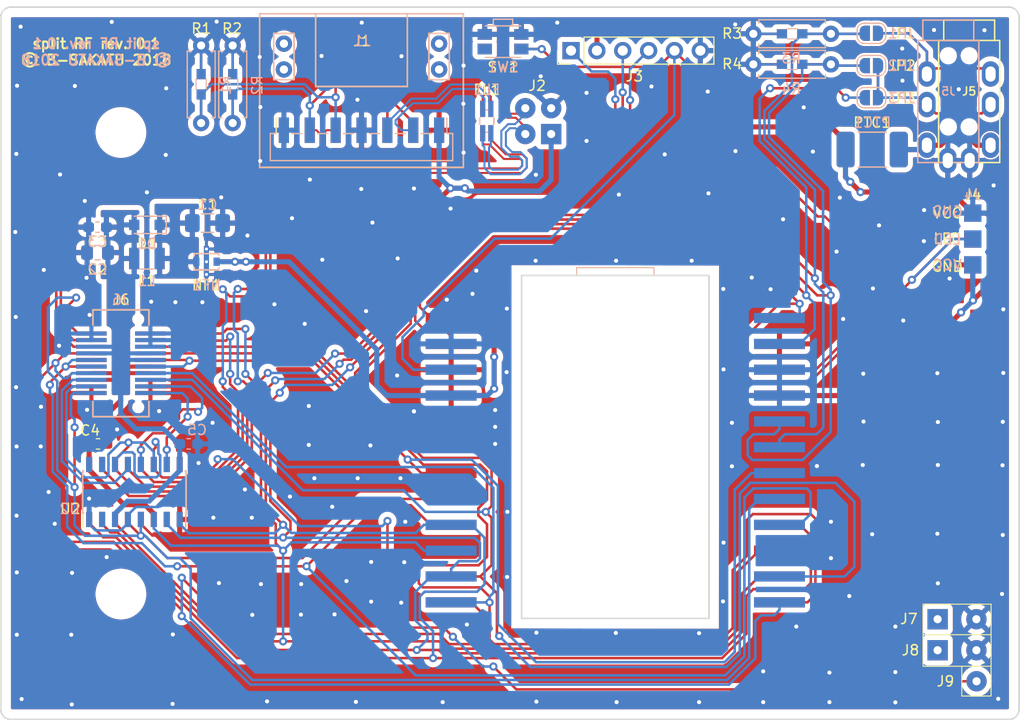
<source format=kicad_pcb>
(kicad_pcb (version 20221018) (generator pcbnew)
  (layers (0 "F.Cu" signal) (31 "B.Cu" signal) (34 "B.Paste" user) (35 "F.Paste" user) (36 "B.SilkS" user "B.Silkscreen") (37 "F.SilkS" user "F.Silkscreen") (38 "B.Mask" user) (39 "F.Mask" user) (44 "Edge.Cuts" user))
  (net 0 "")
  (net 1 "Net-(C1-Pad1)")
  (net 2 "GND")
  (net 3 "AVCC")
  (net 4 "/D-")
  (net 5 "/D+")
  (net 6 "/VBUS")
  (net 7 "LED")
  (net 8 "DATA")
  (net 9 "SDA")
  (net 10 "SCL")
  (net 11 "KEY")
  (net 12 "ENABLE")
  (net 13 "PREV")
  (net 14 "ROW_A")
  (net 15 "ROW_B")
  (net 16 "ROW_C")
  (net 17 "COL_B")
  (net 18 "COL_C")
  (net 19 "COL_A")
  (net 20 "VCC")
  (net 21 "~{RST}")
  (net 22 "COL_0")
  (net 23 "COL_1")
  (net 24 "COL_2")
  (net 25 "COL_3")
  (net 26 "COL_4")
  (net 27 "/CC1")
  (net 28 "/CC2")
  (net 29 "ROW_0")
  (net 30 "ROW_1")
  (net 31 "Net-(U2-Pad7)")
  (net 32 "Net-(U2-Pad9)")
  (net 33 "Net-(U2-Pad10)")
  (net 34 "/FL_D+")
  (net 35 "/FL_D-")
  (net 36 "Net-(J5-PadT)")
  (net 37 "Net-(J5-PadR2)")
  (net 38 "Net-(J5-PadR1)")
  (net 39 "Net-(J6-Pad9)")
  (footprint "bsakatu_parts:C_1206_3216Metric_Pad1.42x1.75mm_HandSolder_Reversible" (layer "F.Cu") (at 91.55 61.225)
    (fp_text reference "C1")
    (fp_text value "10u")
  )
  (footprint "Capacitor_SMD:C_0603_1608Metric_Pad1.05x0.95mm_HandSolder" (layer "F.Cu") (at 80.8 82.925)
    (fp_text reference "C4")
    (fp_text value "0.1u")
  )
  (footprint "bsakatu_parts:SolderJumper-2_P1.3mm_Open_RoundedPad1.0x1.5mm_Reversible" (layer "F.Cu") (at 156.75 42.575)
    (fp_text reference "JP1")
    (fp_text value "SolderJumper_2_Open")
  )
  (footprint "bsakatu_parts:SolderJumper-2_P1.3mm_Open_RoundedPad1.0x1.5mm_Reversible" (layer "F.Cu") (at 156.75 45.75)
    (fp_text reference "JP2")
    (fp_text value "SolderJumper_2_Open")
  )
  (footprint "bsakatu_parts:SolderJumper-2_P1.3mm_Open_RoundedPad1.0x1.5mm_Reversible" (layer "F.Cu") (at 156.75 48.9)
    (fp_text reference "JP3")
    (fp_text value "SolderJumper_2_Open")
  )
  (footprint "bsakatu_parts:NF_YFF21_HandSoldering_Reversible_2" (layer "F.Cu") (at 91.45 65.025 180)
    (fp_text reference "NF1")
    (fp_text value "YFF21PC1E104MT000N" hide)
  )
  (footprint "bsakatu_parts:R_THT&SMD_0603_1608_Axial_DIN0207_L6.3mm_D2.5mm_P7.62mm_Horizontal" (layer "F.Cu") (at 152.775 42.625 180)
    (fp_text reference "R3")
    (fp_text value "4.7k" hide)
  )
  (footprint "bsakatu_parts:SOIC-16_3.9x9.9mm_P1.27mm_DoubleSide" (layer "F.Cu") (at 84.375 87.65 90)
    (fp_text reference "U2")
    (fp_text value "74LS138")
  )
  (footprint "MountingHole:MountingHole_2.5mm" (layer "F.Cu") (at 83.05 52.31)
    (fp_text reference "REF**" hide)
    (fp_text value "MountingHole_2.5mm")
  )
  (footprint "MountingHole:MountingHole_2.5mm" (layer "F.Cu") (at 83.05 97.69)
    (fp_text reference "REF**" hide)
    (fp_text value "MountingHole_2.5mm")
  )
  (footprint "bsakatu_parts:R_THT&SMD_0603_1608_Axial_DIN0207_L6.3mm_D2.5mm_P7.62mm_Horizontal" (layer "F.Cu") (at 90.925 43.775 -90)
    (fp_text reference "R1")
    (fp_text value "5.1k" hide)
  )
  (footprint "bsakatu_parts:R_THT&SMD_0603_1608_Axial_DIN0207_L6.3mm_D2.5mm_P7.62mm_Horizontal" (layer "F.Cu") (at 94.025 43.775 -90)
    (fp_text reference "R2")
    (fp_text value "5.1k" hide)
  )
  (footprint "bsakatu_parts:AE-USB2.0-TYPE-C_Reversible" (layer "F.Cu") (at 106.675 53.75)
    (fp_text reference "J1")
    (fp_text value "AE-USB2.0-TYPE-C")
  )
  (footprint "Connector_Wire:SolderWirePad_2x02_P2.54mm_Drill0.8mm" (layer "F.Cu") (at 125.3 52.475 180)
    (fp_text reference "J2")
    (fp_text value "Conn_01x04_USB")
  )
  (footprint "bsakatu_parts:ProMicro_soldered_with_L-shape-PinHeader_reversible" (layer "F.Cu") (at 131.59822 84.52402 -90)
    (fp_text reference "U1" hide)
    (fp_text value "ProMicro")
  )
  (footprint "Connector_PinHeader_2.54mm:PinHeader_1x06_P2.54mm_Vertical" (layer "F.Cu") (at 127.25 44.275 90)
    (fp_text reference "J3")
    (fp_text value "AVR-ISP-6")
  )
  (footprint "bsakatu_parts:MJ-4PP-9" (layer "F.Cu") (at 166.35 41.575)
    (fp_text reference "J5")
    (fp_text value "TRRS jack: MJ-4PP-9" hide)
  )
  (footprint "bsakatu_parts:DF15(3.2)-20DP-0.65V(56)_BracketLess_Reversible" (layer "F.Cu") (at 83.05 75)
    (fp_text reference "J6")
    (fp_text value "DF15(3.2)-20DP-0.65V(56)")
  )
  (footprint "Connector_Wire:SolderWirePad_1x02_P3.81mm_Drill0.8mm" (layer "F.Cu") (at 163.25 100.15)
    (fp_text reference "J7")
    (fp_text value "Conn_01x02")
  )
  (footprint "Connector_Wire:SolderWirePad_1x02_P3.81mm_Drill0.8mm" (layer "F.Cu") (at 163.25 103.2)
    (fp_text reference "J8")
    (fp_text value "Conn_01x02")
  )
  (footprint "Connector_Wire:SolderWirePad_1x01_Drill0.8mm" (layer "F.Cu") (at 167.075 106.25)
    (fp_text reference "J9")
    (fp_text value "Conn_01x01")
  )
  (footprint "bsakatu_parts:C_0805_2012Metric_Pad1.15x1.40mm_HandSolder_Reversible" (layer "F.Cu") (at 80.75 64.125 180)
    (fp_text reference "C2")
    (fp_text value "22u")
  )
  (footprint "bsakatu_parts:C_0603_1608Metric_Pad1.05x0.95mm_HandSolder_Reversible" (layer "F.Cu") (at 80.75 61.625 180)
    (fp_text reference "C3")
    (fp_text value "0.1u")
  )
  (footprint "bsakatu_parts:D_SOD-323_HandSoldering_Reversible" (layer "F.Cu") (at 85.6 61.4 180)
    (fp_text reference "D1")
    (fp_text value "1SS352")
  )
  (footprint "bsakatu_parts:Pad_LED-tape_P2.54mm_Reversible" (layer "F.Cu") (at 166.7 60.25)
    (fp_text reference "J4")
    (fp_text value "Conn_01x03")
  )
  (footprint "bsakatu_parts:L_Yuden_LB-2518_HandSolder_Reversible" (layer "F.Cu") (at 85.6 64.7 180)
    (fp_text reference "L1")
    (fp_text value "LBR2518T470K")
  )
  (footprint "bsakatu_parts:PTC_0ZCG_1812_4532_Reversible" (layer "F.Cu") (at 156.825 54)
    (fp_text reference "PTC1")
    (fp_text value "0ZCG0050AF2C" hide)
  )
  (footprint "bsakatu_parts:CMF_TDK_ACM2012_HandSoldering_Reversible" (layer "F.Cu") (at 118.975 51.2 -90)
    (fp_text reference "FL1")
    (fp_text value "ACM2012-900-2P-T002" hide)
  )
  (footprint "bsakatu_parts:SW_SPST_EVQP7A_Reversible" (layer "F.Cu") (at 120.575 43.4 180)
    (fp_text reference "SW1")
    (fp_text value "SW_Push")
  )
  (footprint "bsakatu_parts:R_THT&SMD_0603_1608_Axial_DIN0207_L6.3mm_D2.5mm_P7.62mm_Horizontal" (layer "F.Cu") (at 152.775 45.625 180)
    (fp_text reference "R4")
    (fp_text value "4.7k" hide)
  )
  (footprint "Capacitor_SMD:C_0603_1608Metric_Pad1.05x0.95mm_HandSolder" (layer "B.Cu") (at 89.7 82.925)
    (fp_text reference "C5")
    (fp_text value "0.1u")
  )
  (gr_line (start 127.8 65.6) (end 135.4 65.6) (stroke (width 0.1)) (layer "B.SilkS"))
  (gr_line (start 127.8 66.25) (end 127.8 65.6) (stroke (width 0.1)) (layer "B.SilkS"))
  (gr_line (start 135.4 65.6) (end 135.4 66.25) (stroke (width 0.1)) (layer "B.SilkS"))
  (gr_line (start 161.825 104.775) (end 168.5 104.775) (stroke (width 0.1)) (layer "F.SilkS"))
  (gr_line (start 127.8 66.25) (end 127.8 65.6) (stroke (width 0.1)) (layer "F.SilkS"))
  (gr_line (start 161.825 101.675) (end 168.5 101.675) (stroke (width 0.1)) (layer "F.SilkS"))
  (gr_line (start 161.825 98.675) (end 161.825 104.775) (stroke (width 0.1)) (layer "F.SilkS"))
  (gr_line (start 165.625 107.7) (end 165.625 104.775) (stroke (width 0.1)) (layer "F.SilkS"))
  (gr_line (start 168.5 107.7) (end 165.625 107.7) (stroke (width 0.1)) (layer "F.SilkS"))
  (gr_line (start 127.8 65.6) (end 135.4 65.6) (stroke (width 0.1)) (layer "F.SilkS"))
  (gr_line (start 168.5 98.675) (end 161.825 98.675) (stroke (width 0.1)) (layer "F.SilkS"))
  (gr_line (start 135.4 65.6) (end 135.4 66.25) (stroke (width 0.1)) (layer "F.SilkS"))
  (gr_line (start 168.5 107.7) (end 168.5 98.675) (stroke (width 0.1)) (layer "F.SilkS"))
  (gr_line (start 170.25 110) (end 72.25 110) (stroke (width 0.15)) (layer "Edge.Cuts"))
  (gr_arc (start 72.25 110) (mid 71.542893 109.707107) (end 71.25 109) (stroke (width 0.15)) (layer "Edge.Cuts"))
  (gr_arc (start 171.25 109) (mid 170.957107 109.707107) (end 170.25 110) (stroke (width 0.15)) (layer "Edge.Cuts"))
  (gr_arc (start 170.25 40) (mid 170.957107 40.292893) (end 171.25 41) (stroke (width 0.15)) (layer "Edge.Cuts"))
  (gr_line (start 170.25 40) (end 72.25 40) (stroke (width 0.15)) (layer "Edge.Cuts"))
  (gr_line (start 171.25 41) (end 171.25 109) (stroke (width 0.15)) (layer "Edge.Cuts"))
  (gr_line (start 140.79822 66.37402) (end 122.39822 66.37402) (stroke (width 0.15)) (layer "Edge.Cuts"))
  (gr_line (start 140.79822 100.07402) (end 140.79822 66.37402) (stroke (width 0.15)) (layer "Edge.Cuts"))
  (gr_line (start 122.39822 66.37402) (end 122.39822 100.07402) (stroke (width 0.15)) (layer "Edge.Cuts"))
  (gr_line (start 122.39822 100.07402) (end 140.79822 100.07402) (stroke (width 0.15)) (layer "Edge.Cuts"))
  (gr_arc (start 71.25 41) (mid 71.542893 40.292893) (end 72.25 40) (stroke (width 0.15)) (layer "Edge.Cuts"))
  (gr_line (start 71.25 41) (end 71.25 109) (stroke (width 0.15)) (layer "Edge.Cuts"))
  (gr_text "split RF rev. 0.1\n© B-SAKATU 2018" (at 80.625 44.4) (layer "B.SilkS") (effects (font (size 1 1) (thickness 0.2)) (justify mirror)))
  (gr_text "split RF rev. 0.1\n© B-SAKATU 2018" (at 80.625 44.4) (layer "F.SilkS") (effects (font (size 1 1) (thickness 0.2))))
  (segment (start 106.4 53.95) (end 105.725 53.95) (width 0.25) (layer "F.Cu") (net 2))
  (segment (start 106.675 53.825) (end 106.825 53.825) (width 0.25) (layer "F.Cu") (net 2))
  (segment (start 93 42.75) (end 91.95 42.75) (width 0.25) (layer "F.Cu") (net 2))
  (segment (start 165.6 65.33) (end 165.595 65.325) (width 0.25) (layer "F.Cu") (net 2))
  (segment (start 106.675 53.95) (end 106.95 53.95) (width 0.25) (layer "F.Cu") (net 2))
  (segment (start 106.675 53.825) (end 106.525 53.825) (width 0.25) (layer "F.Cu") (net 2))
  (segment (start 88.2 77.925) (end 85.95 77.925) (width 0.25) (layer "F.Cu") (net 2))
  (segment (start 80.15 77.275) (end 78.4 77.275) (width 0.25) (layer "F.Cu") (net 2))
  (segment (start 78.4 77.275) (end 77.95 77.275) (width 0.25) (layer "F.Cu") (net 2))
  (segment (start 86.135 91.925) (end 88.45 91.925) (width 0.25) (layer "F.Cu") (net 2))
  (segment (start 105.725 53.95) (end 105.425 53.65) (width 0.25) (layer "F.Cu") (net 2))
  (segment (start 80.15 77.275) (end 80.15 77.725) (width 0.4) (layer "F.Cu") (net 2))
  (segment (start 165.595 65.325) (end 165.025 65.325) (width 0.25) (layer "F.Cu") (net 2))
  (segment (start 85.95 77.275) (end 88.2 77.275) (width 0.25) (layer "F.Cu") (net 2))
  (segment (start 106.525 53.825) (end 106.4 53.95) (width 0.25) (layer "F.Cu") (net 2))
  (segment (start 85.01 90.35) (end 85.01 89.91) (width 0.25) (layer "F.Cu") (net 2))
  (segment (start 106.95 53.95) (end 107.7 53.95) (width 0.25) (layer "F.Cu") (net 2))
  (segment (start 145.15 44.48863) (end 145.15 42.625) (width 0.25) (layer "F.Cu") (net 2))
  (segment (start 145.155 44.49363) (end 145.15 44.48863) (width 0.25) (layer "F.Cu") (net 2))
  (segment (start 85.95 77.925) (end 85.95 76.625) (width 0.4) (layer "F.Cu") (net 2))
  (segment (start 88.45 91.925) (end 88.825 91.55) (width 0.25) (layer "F.Cu") (net 2))
  (segment (start 107.7 53.95) (end 107.95 53.7) (width 0.25) (layer "F.Cu") (net 2))
  (segment (start 114.07 50.045) (end 113.75 50.045) (width 0.25) (layer "F.Cu") (net 2))
  (segment (start 114.295 50.27) (end 114.07 50.045) (width 0.25) (layer "F.Cu") (net 2))
  (segment (start 77.95 77.925) (end 80.15 77.925) (width 0.25) (layer "F.Cu") (net 2))
  (segment (start 88.2 76.625) (end 85.95 76.625) (width 0.25) (layer "F.Cu") (net 2))
  (segment (start 88.2 77.275) (end 88.2 76.625) (width 0.25) (layer "F.Cu") (net 2))
  (segment (start 90.925 43.775) (end 91.95 42.75) (width 0.25) (layer "F.Cu") (net 2))
  (segment (start 164.4 65.95) (end 164.425 65.975) (width 0.25) (layer "F.Cu") (net 2))
  (segment (start 88.825 91.55) (end 88.825 90.35) (width 0.25) (layer "F.Cu") (net 2))
  (segment (start 77.95 77.275) (end 77.95 77.925) (width 0.25) (layer "F.Cu") (net 2))
  (segment (start 145.155 45.625) (end 145.155 44.49363) (width 0.25) (layer "F.Cu") (net 2))
  (segment (start 166.7 65.33) (end 165.6 65.33) (width 0.25) (layer "F.Cu") (net 2))
  (segment (start 85.01 90.35) (end 85.01 90.8) (width 0.25) (layer "F.Cu") (net 2))
  (segment (start 106.825 53.825) (end 106.95 53.95) (width 0.25) (layer "F.Cu") (net 2))
  (segment (start 165.025 65.325) (end 164.4 65.95) (width 0.25) (layer "F.Cu") (net 2))
  (segment (start 85.01 90.8) (end 86.135 91.925) (width 0.25) (layer "F.Cu") (net 2))
  (segment (start 114.295 52.095) (end 114.295 50.27) (width 0.25) (layer "F.Cu") (net 2))
  (segment (start 106.675 52.1) (end 106.675 53.825) (width 0.5) (layer "F.Cu") (net 2))
  (segment (start 106.675 53.95) (end 106.4 53.95) (width 0.25) (layer "F.Cu") (net 2))
  (segment (start 164.425 65.975) (end 164.425 66.675) (width 0.25) (layer "F.Cu") (net 2))
  (segment (start 94.025 43.775) (end 93 42.75) (width 0.25) (layer "F.Cu") (net 2))
  (segment (start 88.2 77.275) (end 88.2 77.925) (width 0.25) (layer "F.Cu") (net 2))
  (via (at 111.825 79.725) (size 0.8) (drill 0.4) (layers "F.Cu" "B.Cu") (net 2))
  (via (at 95.95 99.725) (size 0.8) (drill 0.4) (layers "F.Cu" "B.Cu") (net 2))
  (via (at 78.525 47.75) (size 0.8) (drill 0.4) (layers "F.Cu" "B.Cu") (net 2))
  (via (at 154.575 97.875) (size 0.8) (drill 0.4) (layers "F.Cu" "B.Cu") (net 2))
  (via (at 131.65 101.5) (size 0.8) (drill 0.4) (layers "F.Cu" "B.Cu") (net 2))
  (via (at 159.8 47.225) (size 0.8) (drill 0.4) (layers "F.Cu" "B.Cu") (net 2))
  (via (at 110.575 98.525) (size 0.8) (drill 0.4) (layers "F.Cu" "B.Cu") (net 2))
  (via (at 120.95 69.625) (size 0.8) (drill 0.4) (layers "F.Cu" "B.Cu") (net 2))
  (via (at 107.55 83.075) (size 0.8) (drill 0.4) (layers "F.Cu" "B.Cu") (net 2))
  (via (at 101.5 83.025) (size 0.8) (drill 0.4) (layers "F.Cu" "B.Cu") (net 2))
  (via (at 148.075 60.85) (size 0.8) (drill 0.4) (layers "F.Cu" "B.Cu") (net 2))
  (via (at 169.2 107.975) (size 0.8) (drill 0.4) (layers "F.Cu" "B.Cu") (net 2))
  (via (at 143.05 80.85) (size 0.8) (drill 0.4) (layers "F.Cu" "B.Cu") (net 2))
  (via (at 92.9 58.7) (size 0.8) (drill 0.4) (layers "F.Cu" "B.Cu") (net 2))
  (via (at 124.275 46.8) (size 0.8) (drill 0.4) (layers "F.Cu" "B.Cu") (net 2))
  (via (at 139.1 64.925) (size 0.8) (drill 0.4) (layers "F.Cu" "B.Cu") (net 2))
  (via (at 128.775 53.15) (size 0.8) (drill 0.4) (layers "F.Cu" "B.Cu") (net 2))
  (via (at 95.225 87.4) (size 0.8) (drill 0.4) (layers "F.Cu" "B.Cu") (net 2))
  (via (at 120.925 75.875) (size 0.8) (drill 0.4) (layers "F.Cu" "B.Cu") (net 2))
  (via (at 120.975 96) (size 0.8) (drill 0.4) (layers "F.Cu" "B.Cu") (net 2))
  (via (at 169.575 97.675) (size 0.8) (drill 0.4) (layers "F.Cu" "B.Cu") (net 2))
  (via (at 131.675 64.925) (size 0.8) (drill 0.4) (layers "F.Cu" "B.Cu") (net 2))
  (via (at 96.8 96.7) (size 0.8) (drill 0.4) (layers "F.Cu" "B.Cu") (net 2))
  (via (at 107.625 94.525) (size 0.8) (drill 0.4) (layers "F.Cu" "B.Cu") (net 2))
  (via (at 169.625 85.025) (size 0.8) (drill 0.4) (layers "F.Cu" "B.Cu") (net 2))
  (via (at 153.97501 70.65) (size 0.8) (drill 0.4) (layers "F.Cu" "B.Cu") (net 2))
  (via (at 75.175 83.175) (size 0.8) (drill 0.4) (layers "F.Cu" "B.Cu") (net 2))
  (via (at 143.375 41.7) (size 0.8) (drill 0.4) (layers "F.Cu" "B.Cu") (net 2))
  (via (at 125.9 41.525) (size 0.8) (drill 0.4) (layers "F.Cu" "B.Cu") (net 2))
  (via (at 99.65 88.1) (size 0.8) (drill 0.4) (layers "F.Cu" "B.Cu") (net 2))
  (via (at 85.6 58.2) (size 0.8) (drill 0.4) (layers "F.Cu" "B.Cu") (net 2))
  (via (at 79.975 70.25) (size 0.8) (drill 0.4) (layers "F.Cu" "B.Cu") (net 2))
  (via (at 123.85 101.475) (size 0.8) (drill 0.4) (layers "F.Cu" "B.Cu") (net 2))
  (via (at 114.65 108.3) (size 0.8) (drill 0.4) (layers "F.Cu" "B.Cu") (net 2))
  (via (at 88.4 69) (size 0.8) (drill 0.4) (layers "F.Cu" "B.Cu") (net 2))
  (via (at 115.425 59.8) (size 0.8) (drill 0.4) (layers "F.Cu" "B.Cu") (net 2))
  (via (at 72.675 62.1) (size 0.8) (drill 0.4) (layers "F.Cu" "B.Cu") (net 2))
  (via (at 110.6 44.825) (size 0.8) (drill 0.4) (layers "F.Cu" "B.Cu") (net 2))
  (via (at 117.95 65.9) (size 0.8) (drill 0.4) (layers "F.Cu" "B.Cu") (net 2))
  (via (at 159.775 44.075) (size 0.8) (drill 0.4) (layers "F.Cu" "B.Cu") (net 2))
  (via (at 76.975 73.275) (size 0.8) (drill 0.4) (layers "F.Cu" "B.Cu") (net 2))
  (via (at 145 66.575) (size 0.8) (drill 0.4) (layers "F.Cu" "B.Cu") (net 2))
  (via (at 167.85 42.275) (size 0.8) (drill 0.4) (layers "F.Cu" "B.Cu") (net 2))
  (via (at 72.8 83.175) (size 0.8) (drill 0.4) (layers "F.Cu" "B.Cu") (net 2))
  (via (at 73.2 41.925) (size 0.8) (drill 0.4) (layers "F.Cu" "B.Cu") (net 2))
  (via (at 72.75 77.35) (size 0.8) (drill 0.4) (layers "F.Cu" "B.Cu") (net 2))
  (via (at 92.45 41.425) (size 0.8) (drill 0.4) (layers "F.Cu" "B.Cu") (net 2))
  (via (at 92.675 96.6) (size 0.8) (drill 0.4) (layers "F.Cu" "B.Cu") (net 2))
  (via (at 163.275 85) (size 0.8) (drill 0.4) (layers "F.Cu" "B.Cu") (net 2))
  (via (at 106.7 41.525) (size 0.8) (drill 0.4) (layers "F.Cu" "B.Cu") (net 2))
  (via (at 169.65 91.875) (size 0.8) (drill 0.4) (layers "F.Cu" "B.Cu") (net 2))
  (via (at 151 54.2) (size 0.8) (drill 0.4) (layers "F.Cu" "B.Cu") (net 2))
  (via (at 156.9 67.65) (size 0.8) (drill 0.4) (layers "F.Cu" "B.Cu") (net 2))
  (via (at 169.65 80.75) (size 0.8) (drill 0.4) (layers "F.Cu" "B.Cu") (net 2))
  (via (at 116.7 45.75) (size 0.8) (drill 0.4) (layers "F.Cu" "B.Cu") (net 2))
  (via (at 75.95 87.65) (size 0.8) (drill 0.4) (layers "F.Cu" "B.Cu") (net 2))
  (via (at 100.725 99.7) (size 0.8) (drill 0.4) (layers "F.Cu" "B.Cu") (net 2))
  (via (at 87.5 47.975) (size 0.8) (drill 0.4) (layers "F.Cu" "B.Cu") (net 2))
  (via (at 72.825 101.675) (size 0.8) (drill 0.4) (layers "F.Cu" "B.Cu") (net 2))
  (via (at 111.825 57.825) (size 0.8) (drill 0.4) (layers "F.Cu" "B.Cu") (net 2))
  (via (at 159.1 108.325) (size 0.8) (drill 0.4) (layers "F.Cu" "B.Cu") (net 2))
  (via (at 149.375 100.875) (size 0.8) (drill 0.4) (layers "F.Cu" "B.Cu") (net 2))
  (via (at 161.9 63) (size 0.8) (drill 0.4) (layers "F.Cu" "B.Cu") (net 2))
  (via (at 156.825 91.8) (size 0.8) (drill 0.4) (layers "F.Cu" "B.Cu") (net 2))
  (via (at 106.275 49.1) (size 0.8) (drill 0.4) (layers "F.Cu" "B.Cu") (net 2))
  (via (at 97.4 108.225) (size 0.8) (drill 0.4) (layers "F.Cu" "B.Cu") (net 2))
  (via (at 78.175 101.675) (size 0.8) (drill 0.4) (layers "F.Cu" "B.Cu") (net 2))
  (via (at 136.45 54.475) (size 0.8) (drill 0.4) (layers "F.Cu" "B.Cu") (net 2))
  (via (at 95.9 90.175) (size 0.8) (drill 0.4) (layers "F.Cu" "B.Cu") (net 2))
  (via (at 163.275 80.775) (size 0.8) (drill 0.4) (layers "F.Cu" "B.Cu") (net 2))
  (via (at 143.4 54.15) (size 0.8) (drill 0.4) (layers "F.Cu" "B.Cu") (net 2))
  (via (at 72.825 95.55) (size 0.8) (drill 0.4) (layers "F.Cu" "B.Cu") (net 2))
  (via (at 165.325 48.075) (size 0.8) (drill 0.4) (layers "F.Cu" "B.Cu") (net 2))
  (via (at 142.225 92.625) (size 0.8) (drill 0.4) (layers "F.Cu" "B.Cu") (net 2))
  (via (at 111.825 79.725) (size 0.8) (drill 0.4) (layers "F.Cu" "B.Cu") (net 2))
  (via (at 110.5 86.3) (size 0.8) (drill 0.4) (layers "F.Cu" "B.Cu") (net 2))
  (via (at 103.8 89.1) (size 0.8) (drill 0.4) (layers "F.Cu" "B.Cu") (net 2))
  (via (at 106.3 86.3) (size 0.8) (drill 0.4) (layers "F.Cu" "B.Cu") (net 2))
  (via (at 72.775 54.425) (size 0.8) (drill 0.4) (layers "F.Cu" "B.Cu") (net 2))
  (via (at 152.625 105.4) (size 0.8) (drill 0.4) (layers "F.Cu" "B.Cu") (net 2))
  (via (at 168.75 57.525) (size 0.8) (drill 0.4) (layers "F.Cu" "B.Cu") (net 2))
  (via (at 104.025 99.675) (size 0.8) (drill 0.4) (layers "F.Cu" "B.Cu") (net 2))
  (via (at 101.5 79.2) (size 0.8) (drill 0.4) (layers "F.Cu" "B.Cu") (net 2))
  (via (at 76.55 90.775) (size 0.8) (drill 0.4) (layers "F.Cu" "B.Cu") (net 2))
  (via (at 81.65 94.05) (size 0.8) (drill 0.4) (layers "F.Cu" "B.Cu") (net 2))
  (via (at 82.15 41.45) (size 0.8) (drill 0.4) (layers "F.Cu" "B.Cu") (net 2))
  (via (at 139.825 108.3) (size 0.8) (drill 0.4) (layers "F.Cu" "B.Cu") (net 2))
  (via (at 111.825 79.725) (size 0.8) (drill 0.4) (layers "F.Cu" "B.Cu") (net 2))
  (via (at 161.925 59.95) (size 0.8) (drill 0.4) (layers "F.Cu" "B.Cu") (net 2))
  (via (at 75.475 65.825) (size 0.8) (drill 0.4) (layers "F.Cu" "B.Cu") (net 2))
  (via (at 96.725 55.125) (size 0.8) (drill 0.4) (layers "F.Cu" "B.Cu") (net 2))
  (via (at 100.75 96.7) (size 0.8) (drill 0.4) (layers "F.Cu" "B.Cu") (net 2))
  (via (at 102.825 64.825) (size 0.8) (drill 0.4) (layers "F.Cu" "B.Cu") (net 2))
  (via (at 121 89.6) (size 0.8) (drill 0.4) (layers "F.Cu" "B.Cu") (net 2))
  (via (at 131.725 108.3) (size 0.8) (drill 0.4) (layers "F.Cu" "B.Cu") (net 2))
  (via (at 146.85 67.725) (size 0.8) (drill 0.4) (layers "F.Cu" "B.Cu") (net 2))
  (via (at 115.05 68.75) (size 0.8) (drill 0.4) (layers "F.Cu" "B.Cu") (net 2))
  (via (at 79.725 79.575) (size 0.8) (drill 0.4) (layers "F.Cu" "B.Cu") (net 2))
  (via (at 123.8 56.475) (size 0.8) (drill 0.4) (layers "F.Cu" "B.Cu") (net 2))
  (via (at 102.75 44.8) (size 0.8) (drill 0.4) (layers "F.Cu" "B.Cu") (net 2))
  (via (at 88.15 101.65) (size 0.8) (drill 0.4) (layers "F.Cu" "B.Cu") (net 2))
  (via (at 153.325 64.025) (size 0.8) (drill 0.4) (layers "F.Cu" "B.Cu") (net 2))
  (via (at 105.2 96.4) (size 0.8) (drill 0.4) (layers "F.Cu" "B.Cu") (net 2))
  (via (at 72.725 70.45) (size 0.8) (drill 0.4) (layers "F.Cu" "B.Cu") (net 2))
  (via (at 155.9 85) (size 0.8) (drill 0.4) (layers "F.Cu" "B.Cu") (net 2))
  (via (at 86.025 68.95) (size 0.8) (drill 0.4) (layers "F.Cu" "B.Cu") (net 2))
  (via (at 131.95 58.425) (size 0.8) (drill 0.4) (layers "F.Cu" "B.Cu") (net 2))
  (via (at 155.975 80.725) (size 0.8) (drill 0.4) (layers "F.Cu" "B.Cu") (net 2))
  (via (at 88.125 108.475) (size 0.8) (drill 0.4) (layers "F.Cu" "B.Cu") (net 2))
  (via (at 150.1 49.85) (size 0.8) (drill 0.4) (layers "F.Cu" "B.Cu") (net 2))
  (via (at 153.65 58.725) (size 0.8) (drill 0.4) (layers "F.Cu" "B.Cu") (net 2))
  (via (at 101.6 56.95) (size 0.8) (drill 0.4) (layers "F.Cu" "B.Cu") (net 2))
  (via (at 151.4 85.1) (size 0.8) (drill 0.4) (layers "F.Cu" "B.Cu") (net 2))
  (via (at 117.025 100.675) (size 0.8) (drill 0.4) (layers "F.Cu" "B.Cu") (net 2))
  (via (at 123.775 64.925) (size 0.8) (drill 0.4) (layers "F.Cu" "B.Cu") (net 2))
  (via (at 116.7 54.3) (size 0.8) (drill 0.4) (layers "F.Cu" "B.Cu") (net 2))
  (via (at 92.125 90.175) (size 0.8) (drill 0.4) (layers "F.Cu" "B.Cu") (net 2))
  (via (at 110.225 64.7) (size 0.8) (drill 0.4) (layers "F.Cu" "B.Cu") (net 2))
  (via (at 107.625 98.425) (size 0.8) (drill 0.4) (layers "F.Cu" "B.Cu") (net 2))
  (via (at 163.225 75.975) (size 0.8) (drill 0.4) (layers "F.Cu" "B.Cu") (net 2))
  (via (at 123.85 108.25) (size 0.8) (drill 0.4) (layers "F.Cu" "B.Cu") (net 2))
  (via (at 169.7 69.7) (size 0.8) (drill 0.4) (layers "F.Cu" "B.Cu") (net 2))
  (via (at 163.225 91.75) (size 0.8) (drill 0.4) (layers "F.Cu" "B.Cu") (net 2))
  (via (at 107.125 69.875) (size 0.8) (drill 0.4) (layers "F.Cu" "B.Cu") (net 2))
  (via (at 152.625 108.3) (size 0.8) (drill 0.4) (layers "F.Cu" "B.Cu") (net 2))
  (via (at 142.2 67.7) (size 0.8) (drill 0.4) (layers "F.Cu" "B.Cu") (net 2))
  (via (at 102.05 86.3) (size 0.8) (drill 0.4) (layers "F.Cu" "B.Cu") (net 2))
  (via (at 169.7 75.95) (size 0.8) (drill 0.4) (layers "F.Cu" "B.Cu") (net 2))
  (via (at 77.075 56.45) (size 0.8) (drill 0.4) (layers "F.Cu" "B.Cu") (net 2))
  (via (at 162.9 42.25) (size 0.8) (drill 0.4) (layers "F.Cu" "B.Cu") (net 2))
  (via (at 163.275 96.625) (size 0.8) (drill 0.4) (layers "F.Cu" "B.Cu") (net 2))
  (via (at 116.675 49.5) (size 0.8) (drill 0.4) (layers "F.Cu" "B.Cu") (net 2))
  (via (at 110.175 76.2) (size 0.8) (drill 0.4) (layers "F.Cu" "B.Cu") (net 2))
  (via (at 142.175 98.4) (size 0.8) (drill 0.4) (layers "F.Cu" "B.Cu") (net 2))
  (via (at 106.65 57.875) (size 0.8) (drill 0.4) (layers "F.Cu" "B.Cu") (net 2))
  (via (at 95.475 62.45) (size 0.8) (drill 0.4) (layers "F.Cu" "B.Cu") (net 2))
  (via (at 159.875 70.8) (size 0.8) (drill 0.4) (layers "F.Cu" "B.Cu") (net 2))
  (via (at 110.875 94.55) (size 0.8) (drill 0.4) (layers "F.Cu" "B.Cu") (net 2))
  (via (at 110.975 90.575) (size 0.8) (drill 0.4) (layers "F.Cu" "B.Cu") (net 2))
  (via (at 91.05 69) (size 0.8) (drill 0.4) (layers "F.Cu" "B.Cu") (net 2))
  (via (at 139.825 101.525) (size 0.8) (drill 0.4) (layers "F.Cu" "B.Cu") (net 2))
  (via (at 86.8 79.7) (size 0.8) (drill 0.4) (layers "F.Cu" "B.Cu") (net 2))
  (via (at 106.125 108.275) (size 0.8) (drill 0.4) (layers "F.Cu" "B.Cu") (net 2))
  (via (at 82.675 81.5) (size 0.8) (drill 0.4) (layers "F.Cu" "B.Cu") (net 2))
  (via (at 78.25 95.6) (size 0.8) (drill 0.4) (layers "F.Cu" "B.Cu") (net 2))
  (via (at 92.05 80.85) (size 0.8) (drill 0.4) (layers "F.Cu" "B.Cu") (net 2))
  (via (at 90.675 84.8) (size 0.8) (drill 0.4) (layers "F.Cu" "B.Cu") (net 2))
  (via (at 128.775 48.425) (size 0.8) (drill 0.4) (layers "F.Cu" "B.Cu") (net 2))
  (via (at 135.15 47.8) (size 0.8) (drill 0.4) (layers "F.Cu" "B.Cu") (net 2))
  (via (at 164.425 66.675) (size 0.8) (drill 0.4) (layers "F.Cu" "B.Cu") (net 2))
  (via (at 75.2 79.275) (size 0.8) (drill 0.4) (layers "F.Cu" "B.Cu") (net 2))
  (via (at 119.8 81.25) (size 0.8) (drill 0.4) (layers "F.Cu" "B.Cu") (net 2))
  (via (at 117.575 68.175) (size 0.8) (drill 0.4) (layers "F.Cu" "B.Cu") (net 2))
  (via (at 155.95 76.025) (size 0.8) (drill 0.4) (layers "F.Cu" "B.Cu") (net 2))
  (via (at 79.5 59.05) (size 0.8) (drill 0.4) (layers "F.Cu" "B.Cu") (net 2))
  (via (at 96.675 44.9) (size 0.8) (drill 0.4) (layers "F.Cu" "B.Cu") (net 2))
  (via (at 72.8 89.975) (size 0.8) (drill 0.4) (layers "F.Cu" "B.Cu") (net 2))
  (via (at 99.85 60.75) (size 0.8) (drill 0.4) (layers "F.Cu" "B.Cu") (net 2))
  (via (at 159.1 100.875) (size 0.8) (drill 0.4) (layers "F.Cu" "B.Cu") (net 2))
  (via (at 146.125 108.3) (size 0.8) (drill 0.4) (layers "F.Cu" "B.Cu") (net 2))
  (via (at 101.1 71.125) (size 0.8) (drill 0.4) (layers "F.Cu" "B.Cu") (net 2))
  (via (at 152.775 90.575) (size 0.8) (drill 0.4) (layers "F.Cu" "B.Cu") (net 2))
  (via (at 119.8 82.925) (size 0.8) (drill 0.4) (layers "F.Cu" "B.Cu") (net 2))
  (via (at 140.75 58.3) (size 0.8) (drill 0.4) (layers "F.Cu" "B.Cu") (net 2))
  (via (at 96.75 49.825) (size 0.8) (drill 0.4) (layers "F.Cu" "B.Cu") (net 2))
  (via (at 119.8 79.6) (size 0.8) (drill 0.4) (layers "F.Cu" "B.Cu") (net 2))
  (via (at 140.675 48.3) (size 0.8) (drill 0.4) (layers "F.Cu" "B.Cu") (net 2))
  (via (at 72.85 47.725) (size 0.8) (drill 0.4) (layers "F.Cu" "B.Cu") (net 2))
  (via (at 142.225 75.6) (size 0.8) (drill 0.4) (layers "F.Cu" "B.Cu") (net 2))
  (via (at 73.3 108) (size 0.8) (drill 0.4) (layers "F.Cu" "B.Cu") (net 2))
  (via (at 159.1 105.35) (size 0.8) (drill 0.4) (layers "F.Cu" "B.Cu") (net 2))
  (via (at 78.225 108.525) (size 0.8) (drill 0.4) (layers "F.Cu" "B.Cu") (net 2))
  (via (at 79.925 88.3) (size 0.8) (drill 0.4) (layers "F.Cu" "B.Cu") (net 2))
  (via (at 157.5 61.45) (size 0.8) (drill 0.4) (layers "F.Cu" "B.Cu") (net 2))
  (via (at 143.05 85.125) (size 0.8) (drill 0.4) (layers "F.Cu" "B.Cu") (net 2))
  (via (at 98.125 69.2) (size 0.8) (drill 0.4) (layers "F.Cu" "B.Cu") (net 2))
  (via (at 107.75 61.175) (size 0.8) (drill 0.4) (layers "F.Cu" "B.Cu") (net 2))
  (via (at 87.45 54.525) (size 0.8) (drill 0.4) (layers "F.Cu" "B.Cu") (net 2))
  (via (at 79.675 66.6) (size 0.8) (drill 0.4) (layers "F.Cu" "B.Cu") (net 2))
  (via (at 146.125 105.275) (size 0.8) (drill 0.4) (layers "F.Cu" "B.Cu") (net 2))
  (via (at 152.775 94.15) (size 0.8) (drill 0.4) (layers "F.Cu" "B.Cu") (net 2))
  (segment (start 86.69999 89.12501) (end 87.05 88.775) (width 0.25) (layer "B.Cu") (net 2))
  (segment (start 79.93 90.35) (end 79.93 90.8) (width 0.25) (layer "B.Cu") (net 2))
  (segment (start 80.15 72.075) (end 80.15 72.725) (width 0.4) (layer "B.Cu") (net 2))
  (segment (start 85.95 72.075) (end 85.95 73.375) (width 0.4) (layer "B.Cu") (net 2))
  (segment (start 83.75 90.705002) (end 83.75 90.35) (width 0.25) (layer "B.Cu") (net 2))
  (segment (start 83.74 90.35) (end 83.74 89.9) (width 0.25) (layer "B.Cu") (net 2))
  (segment (start 79.93 90.8) (end 80.555001 91.425001) (width 0.25) (layer "B.Cu") (net 2))
  (segment (start 80.555001 91.425001) (end 83.030001 91.425001) (width 0.25) (layer "B.Cu") (net 2))
  (segment (start 84.51499 89.12501) (end 86.69999 89.12501) (width 0.25) (layer "B.Cu") (net 2))
  (segment (start 83.030001 91.425001) (end 83.75 90.705002) (width 0.25) (layer "B.Cu") (net 2))
  (segment (start 83.74 89.9) (end 84.51499 89.12501) (width 0.25) (layer "B.Cu") (net 2))
  (segment (start 83.025 75.975) (end 80.15 75.975) (width 0.4) (layer "F.Cu") (net 3))
  (segment (start 83.025 76.15) (end 83.025 76.625) (width 0.5) (layer "F.Cu") (net 3))
  (segment (start 85.95 75.325) (end 83.125 75.325) (width 0.4) (layer "F.Cu") (net 3))
  (segment (start 83.025 75.975) (end 83.025 76.15) (width 0.5) (layer "F.Cu") (net 3))
  (segment (start 83.35 88.9) (end 79.93 85.48) (width 0.5) (layer "F.Cu") (net 3))
  (segment (start 83.025 76.05) (end 83.125 76.15) (width 0.5) (layer "F.Cu") (net 3))
  (segment (start 86.28 90.35) (end 86.28 89.78) (width 0.5) (layer "F.Cu") (net 3))
  (segment (start 79.925 81.775) (end 79.925 82.925) (width 0.5) (layer "F.Cu") (net 3))
  (segment (start 79.925 82.925) (end 79.925 84.95) (width 0.5) (layer "F.Cu") (net 3))
  (segment (start 83.125 75.325) (end 83.125 76.15) (width 0.5) (layer "F.Cu") (net 3))
  (segment (start 85.4 88.9) (end 83.35 88.9) (width 0.5) (layer "F.Cu") (net 3))
  (segment (start 83.025 75.975) (end 83.025 78.675) (width 0.5) (layer "F.Cu") (net 3))
  (segment (start 83.025 76.625) (end 80.15 76.625) (width 0.4) (layer "F.Cu") (net 3))
  (segment (start 83.125 76.15) (end 83.025 76.15) (width 0.5) (layer "F.Cu") (net 3))
  (segment (start 83.025 78.675) (end 79.925 81.775) (width 0.5) (layer "F.Cu") (net 3))
  (segment (start 79.93 85.48) (end 79.93 84.95) (width 0.5) (layer "F.Cu") (net 3))
  (segment (start 86.28 89.78) (end 85.4 88.9) (width 0.5) (layer "F.Cu") (net 3))
  (segment (start 85.95 75.975) (end 83.025 75.975) (width 0.4) (layer "F.Cu") (net 3))
  (segment (start 83.025 75.975) (end 83.025 76.05) (width 0.5) (layer "F.Cu") (net 3))
  (segment (start 88.825 83.05) (end 88.825 84.95) (width 0.5) (layer "B.Cu") (net 3))
  (segment (start 83.025 74.025) (end 83.025 74.675) (width 0.5) (layer "B.Cu") (net 3))
  (segment (start 83.025 79.95) (end 84.525 81.45) (width 0.5) (layer "B.Cu") (net 3))
  (segment (start 88.82 85.555) (end 85.825 88.55) (width 0.5) (layer "B.Cu") (net 3))
  (segment (start 82.475 89.775) (end 82.475 90.35) (width 0.5) (layer "B.Cu") (net 3))
  (segment (start 87.225 81.45) (end 88.825 83.05) (width 0.5) (layer "B.Cu") (net 3))
  (segment (start 83.025 73.375) (end 83.025 74.025) (width 0.5) (layer "B.Cu") (net 3))
  (segment (start 85.95 74.675) (end 83.025 74.675) (width 0.4) (layer "B.Cu") (net 3))
  (segment (start 83.7 88.55) (end 82.475 89.775) (width 0.5) (layer "B.Cu") (net 3))
  (segment (start 84.525 81.45) (end 87.225 81.45) (width 0.5) (layer "B.Cu") (net 3))
  (segment (start 83.025 74.675) (end 83.025 79.95) (width 0.5) (layer "B.Cu") (net 3))
  (segment (start 80.15 73.375) (end 83.025 73.375) (width 0.4) (layer "B.Cu") (net 3))
  (segment (start 85.95 74.025) (end 83.025 74.025) (width 0.4) (layer "B.Cu") (net 3))
  (segment (start 85.825 88.55) (end 83.7 88.55) (width 0.5) (layer "B.Cu") (net 3))
  (segment (start 88.82 84.95) (end 88.82 85.555) (width 0.5) (layer "B.Cu") (net 3))
  (segment (start 80.15 74.025) (end 83.025 74.025) (width 0.4) (layer "B.Cu") (net 3))
  (segment (start 119.2 48.0182) (end 119.2 48.624999) (width 0.2) (layer "F.Cu") (net 4))
  (segment (start 121.6 47.9432) (end 121.2818 47.625) (width 0.2) (layer "F.Cu") (net 4))
  (segment (start 122.76 52.475) (end 122.76 51.81) (width 0.2) (layer "F.Cu") (net 4))
  (segment (start 121 50.875) (end 120.325 50.2) (width 0.2) (layer "F.Cu") (net 4))
  (segment (start 119.375 48.799999) (end 119.375 50) (width 0.2) (layer "F.Cu") (net 4))
  (segment (start 120.325 49.4568) (end 121.6 48.1818) (width 0.2) (layer "F.Cu") (net 4))
  (segment (start 121.2818 47.625) (end 119.5932 47.625) (width 0.2) (layer "F.Cu") (net 4))
  (segment (start 119.5932 47.625) (end 119.2 48.0182) (width 0.2) (layer "F.Cu") (net 4))
  (segment (start 120.325 50.2) (end 120.325 49.4568) (width 0.2) (layer "F.Cu") (net 4))
  (segment (start 119.2 48.624999) (end 119.375 48.799999) (width 0.2) (layer "F.Cu") (net 4))
  (segment (start 121.825 50.875) (end 121 50.875) (width 0.2) (layer "F.Cu") (net 4))
  (segment (start 121.6 48.1818) (end 121.6 47.9432) (width 0.2) (layer "F.Cu") (net 4))
  (segment (start 122.76 51.81) (end 121.825 50.875) (width 0.2) (layer "F.Cu") (net 4))
  (segment (start 122.2432 56.425) (end 122.9 55.7682) (width 0.2) (layer "B.Cu") (net 4))
  (segment (start 121.4682 54.25) (end 120.856131 53.637931) (width 0.2) (layer "B.Cu") (net 4))
  (segment (start 118.75 55.8182) (end 119.3568 56.425) (width 0.2) (layer "B.Cu") (net 4))
  (segment (start 121.8 51.9) (end 122.375 52.475) (width 0.2) (layer "B.Cu") (net 4))
  (segment (start 122.9 54.8568) (end 122.2932 54.25) (width 0.2) (layer "B.Cu") (net 4))
  (segment (start 122.2932 54.25) (end 121.4682 54.25) (width 0.2) (layer "B.Cu") (net 4))
  (segment (start 120.856131 52.293869) (end 121.25 51.9) (width 0.2) (layer "B.Cu") (net 4))
  (segment (start 122.375 52.475) (end 122.76 52.475) (width 0.2) (layer "B.Cu") (net 4))
  (segment (start 122.9 55.7682) (end 122.9 54.8568) (width 0.2) (layer "B.Cu") (net 4))
  (segment (start 118.75 53.775001) (end 118.75 55.8182) (width 0.2) (layer "B.Cu") (net 4))
  (segment (start 121.25 51.9) (end 121.8 51.9) (width 0.2) (layer "B.Cu") (net 4))
  (segment (start 120.856131 53.637931) (end 120.856131 52.293869) (width 0.2) (layer "B.Cu") (net 4))
  (segment (start 118.575 53.600001) (end 118.75 53.775001) (width 0.2) (layer "B.Cu") (net 4))
  (segment (start 118.575 52.4) (end 118.575 53.600001) (width 0.2) (layer "B.Cu") (net 4))
  (segment (start 119.3568 56.425) (end 122.2432 56.425) (width 0.2) (layer "B.Cu") (net 4))
  (segment (start 119.4068 47.175) (end 118.75 47.8318) (width 0.2) (layer "F.Cu") (net 5))
  (segment (start 118.575 48.799999) (end 118.575 50) (width 0.2) (layer "F.Cu") (net 5))
  (segment (start 121.2 50.475) (end 120.775 50.05) (width 0.2) (layer "F.Cu") (net 5))
  (segment (start 122.565 49.935) (end 122.025 50.475) (width 0.2) (layer "F.Cu") (net 5))
  (segment (start 120.775 50.05) (end 120.775 49.6432) (width 0.2) (layer "F.Cu") (net 5))
  (segment (start 122.05 48.3682) (end 122.05 47.7568) (width 0.2) (layer "F.Cu") (net 5))
  (segment (start 122.76 49.935) (end 122.565 49.935) (width 0.2) (layer "F.Cu") (net 5))
  (segment (start 118.75 47.8318) (end 118.75 48.624999) (width 0.2) (layer "F.Cu") (net 5))
  (segment (start 120.775 49.6432) (end 122.05 48.3682) (width 0.2) (layer "F.Cu") (net 5))
  (segment (start 122.025 50.475) (end 121.2 50.475) (width 0.2) (layer "F.Cu") (net 5))
  (segment (start 122.05 47.7568) (end 121.4682 47.175) (width 0.2) (layer "F.Cu") (net 5))
  (segment (start 118.75 48.624999) (end 118.575 48.799999) (width 0.2) (layer "F.Cu") (net 5))
  (segment (start 121.4682 47.175) (end 119.4068 47.175) (width 0.2) (layer "F.Cu") (net 5))
  (segment (start 120.406131 52.168869) (end 120.406131 53.824331) (width 0.2) (layer "B.Cu") (net 5))
  (segment (start 119.2 55.6318) (end 119.2 53.775001) (width 0.2) (layer "B.Cu") (net 5))
  (segment (start 121.75 51.5) (end 121.075 51.5) (width 0.2) (layer "B.Cu") (net 5))
  (segment (start 119.2 53.775001) (end 119.375 53.600001) (width 0.2) (layer "B.Cu") (net 5))
  (segment (start 122.76 50.49) (end 121.75 51.5) (width 0.2) (layer "B.Cu") (net 5))
  (segment (start 122.0568 55.975) (end 119.5432 55.975) (width 0.2) (layer "B.Cu") (net 5))
  (segment (start 120.406131 53.824331) (end 121.2818 54.7) (width 0.2) (layer "B.Cu") (net 5))
  (segment (start 119.5432 55.975) (end 119.2 55.6318) (width 0.2) (layer "B.Cu") (net 5))
  (segment (start 122.45 55.5818) (end 122.0568 55.975) (width 0.2) (layer "B.Cu") (net 5))
  (segment (start 121.075 51.5) (end 120.406131 52.168869) (width 0.2) (layer "B.Cu") (net 5))
  (segment (start 119.375 53.600001) (end 119.375 52.4) (width 0.2) (layer "B.Cu") (net 5))
  (segment (start 122.1068 54.7) (end 122.45 55.0432) (width 0.2) (layer "B.Cu") (net 5))
  (segment (start 122.45 55.0432) (end 122.45 55.5818) (width 0.2) (layer "B.Cu") (net 5))
  (segment (start 121.2818 54.7) (end 122.1068 54.7) (width 0.2) (layer "B.Cu") (net 5))
  (segment (start 122.76 49.935) (end 122.76 50.49) (width 0.2) (layer "B.Cu") (net 5))
  (segment (start 101.375 59.7) (end 99.055 57.38) (width 0.5) (layer "F.Cu") (net 6))
  (segment (start 115.4 57.8) (end 113.5 59.7) (width 0.5) (layer "F.Cu") (net 6))
  (segment (start 115.4 57.8) (end 116.825 57.8) (width 0.5) (layer "F.Cu") (net 6))
  (segment (start 113.5 59.7) (end 101.375 59.7) (width 0.5) (layer "F.Cu") (net 6))
  (segment (start 99.055 57.38) (end 99.055 52.095) (width 0.5) (layer "F.Cu") (net 6))
  (via (at 115.4 57.8) (size 0.8) (drill 0.4) (layers "F.Cu" "B.Cu") (net 6))
  (via (at 116.825 57.8) (size 0.8) (drill 0.4) (layers "F.Cu" "B.Cu") (net 6))
  (segment (start 114.295 56.695) (end 115.000001 57.400001) (width 0.5) (layer "B.Cu") (net 6))
  (segment (start 125.3 56.975) (end 124.2 58.075) (width 0.5) (layer "B.Cu") (net 6))
  (segment (start 117.1 58.075) (end 116.825 57.8) (width 0.5) (layer "B.Cu") (net 6))
  (segment (start 114.295 52.095) (end 114.295 56.695) (width 0.5) (layer "B.Cu") (net 6))
  (segment (start 116.825 57.8) (end 115.965685 57.8) (width 0.5) (layer "B.Cu") (net 6))
  (segment (start 115.000001 57.400001) (end 115.4 57.8) (width 0.5) (layer "B.Cu") (net 6))
  (segment (start 115.965685 57.8) (end 115.4 57.8) (width 0.5) (layer "B.Cu") (net 6))
  (segment (start 124.2 58.075) (end 117.1 58.075) (width 0.5) (layer "B.Cu") (net 6))
  (segment (start 125.3 52.525) (end 125.3 56.975) (width 0.5) (layer "B.Cu") (net 6))
  (segment (start 166.7 62.775) (end 164.75 62.775) (width 0.25) (layer "F.Cu") (net 7))
  (segment (start 119.318394 61.775066) (end 143.125066 61.775066) (width 0.25) (layer "F.Cu") (net 7))
  (segment (start 149.05 67.7) (end 149.05 68.499996) (width 0.25) (layer "F.Cu") (net 7))
  (segment (start 147.675004 69.149996) (end 149.7 69.149996) (width 0.25) (layer "F.Cu") (net 7))
  (segment (start 143.125066 61.775066) (end 149.05 67.7) (width 0.25) (layer "F.Cu") (net 7))
  (segment (start 115.47822 70.55402) (end 113.47822 70.55402) (width 0.25) (layer "F.Cu") (net 7))
  (segment (start 160.725 66.8) (end 160.725 66.825) (width 0.25) (layer "F.Cu") (net 7))
  (segment (start 160.725 66.825) (end 150.675 76.875) (width 0.25) (layer "F.Cu") (net 7))
  (segment (start 144.6 76.325) (end 144.6 72.225) (width 0.25) (layer "F.Cu") (net 7))
  (segment (start 164.75 62.775) (end 160.725 66.8) (width 0.25) (layer "F.Cu") (net 7))
  (segment (start 144.6 72.225) (end 147.675004 69.149996) (width 0.25) (layer "F.Cu") (net 7))
  (segment (start 149.300001 68.749997) (end 149.7 69.149996) (width 0.25) (layer "F.Cu") (net 7))
  (segment (start 145.15 76.875) (end 144.6 76.325) (width 0.25) (layer "F.Cu") (net 7))
  (segment (start 150.675 76.875) (end 145.15 76.875) (width 0.25) (layer "F.Cu") (net 7))
  (segment (start 149.05 68.499996) (end 149.300001 68.749997) (width 0.25) (layer "F.Cu") (net 7))
  (segment (start 112.4 69.4758) (end 112.4 68.69346) (width 0.25) (layer "F.Cu") (net 7))
  (segment (start 113.47822 70.55402) (end 112.4 69.4758) (width 0.25) (layer "F.Cu") (net 7))
  (segment (start 112.4 68.69346) (end 119.318394 61.775066) (width 0.25) (layer "F.Cu") (net 7))
  (via (at 160.725 66.8) (size 0.8) (drill 0.4) (layers "F.Cu" "B.Cu") (net 7))
  (via (at 149.7 69.149996) (size 0.8) (drill 0.4) (layers "F.Cu" "B.Cu") (net 7))
  (segment (start 147.725 70.6) (end 149.4 70.6) (width 0.25) (layer "B.Cu") (net 7))
  (segment (start 149.4 70.6) (end 149.699996 70.300004) (width 0.25) (layer "B.Cu") (net 7))
  (segment (start 161.124999 66.400001) (end 164.725 62.8) (width 0.25) (layer "B.Cu") (net 7))
  (segment (start 149.699996 69.15) (end 149.7 69.149996) (width 0.25) (layer "B.Cu") (net 7))
  (segment (start 160.725 66.8) (end 161.124999 66.400001) (width 0.25) (layer "B.Cu") (net 7))
  (segment (start 147.71822 70.55402) (end 149.71822 70.55402) (width 0.25) (layer "B.Cu") (net 7))
  (segment (start 149.699996 70.300004) (end 149.699996 69.15) (width 0.25) (layer "B.Cu") (net 7))
  (segment (start 164.725 62.8) (end 166.7 62.8) (width 0.25) (layer "B.Cu") (net 7))
  (segment (start 115.47822 72.34402) (end 114.9342 71.8) (width 0.25) (layer "F.Cu") (net 8))
  (segment (start 147.365685 47.975) (end 146.8 47.975) (width 0.25) (layer "F.Cu") (net 8))
  (segment (start 119.131995 61.325055) (end 143.350057 61.325055) (width 0.25) (layer "F.Cu") (net 8))
  (segment (start 154.225 48.9) (end 153.3 47.975) (width 0.25) (layer "F.Cu") (net 8))
  (segment (start 153.3 47.975) (end 147.365685 47.975) (width 0.25) (layer "F.Cu") (net 8))
  (segment (start 156.1 48.9) (end 154.225 48.9) (width 0.25) (layer "F.Cu") (net 8))
  (segment (start 112.925 71.8) (end 111.949989 70.824989) (width 0.25) (layer "F.Cu") (net 8))
  (segment (start 111.949989 70.824989) (end 111.949989 68.507061) (width 0.25) (layer "F.Cu") (net 8))
  (segment (start 115.47822 73.09402) (end 115.47822 72.34402) (width 0.25) (layer "F.Cu") (net 8))
  (segment (start 143.350057 61.325055) (end 149.950003 67.925001) (width 0.25) (layer "F.Cu") (net 8))
  (segment (start 114.9342 71.8) (end 112.925 71.8) (width 0.25) (layer "F.Cu") (net 8))
  (segment (start 149.950003 67.925001) (end 150.350002 68.325) (width 0.25) (layer "F.Cu") (net 8))
  (segment (start 111.949989 68.507061) (end 119.131995 61.325055) (width 0.25) (layer "F.Cu") (net 8))
  (via (at 154.225 48.9) (size 0.8) (drill 0.4) (layers "F.Cu" "B.Cu") (net 8))
  (via (at 150.350002 68.325) (size 0.8) (drill 0.4) (layers "F.Cu" "B.Cu") (net 8))
  (via (at 146.8 47.975) (size 0.8) (drill 0.4) (layers "F.Cu" "B.Cu") (net 8))
  (segment (start 147.71822 73.09402) (end 149.71822 73.09402) (width 0.25) (layer "B.Cu") (net 8))
  (segment (start 149.71822 73.09402) (end 151.175 71.63724) (width 0.25) (layer "B.Cu") (net 8))
  (segment (start 151.175 71.63724) (end 151.175 69.149998) (width 0.25) (layer "B.Cu") (net 8))
  (segment (start 151.175 69.149998) (end 150.350002 68.325) (width 0.25) (layer "B.Cu") (net 8))
  (segment (start 150.35 68.324998) (end 150.350002 68.325) (width 0.25) (layer "B.Cu") (net 8))
  (segment (start 150.35 57.725) (end 150.35 68.324998) (width 0.25) (layer "B.Cu") (net 8))
  (segment (start 154.225 48.9) (end 156.125 48.9) (width 0.25) (layer "B.Cu") (net 8))
  (segment (start 145.775001 53.150001) (end 150.35 57.725) (width 0.25) (layer "B.Cu") (net 8))
  (segment (start 145.775001 48.999999) (end 145.775001 53.150001) (width 0.25) (layer "B.Cu") (net 8))
  (segment (start 146.8 47.975) (end 145.775001 48.999999) (width 0.25) (layer "B.Cu") (net 8))
  (segment (start 111.499978 71.125022) (end 111.499978 68.320662) (width 0.25) (layer "F.Cu") (net 9))
  (segment (start 115.47822 80.71402) (end 113.47822 80.71402) (width 0.25) (layer "F.Cu") (net 9))
  (segment (start 106.5 76.775) (end 106.5 76.125) (width 0.25) (layer "F.Cu") (net 9))
  (segment (start 111.499978 68.320662) (end 118.945596 60.875044) (width 0.25) (layer "F.Cu") (net 9))
  (segment (start 113.47822 80.71402) (end 112.24224 81.95) (width 0.25) (layer "F.Cu") (net 9))
  (segment (start 118.945596 60.875044) (end 143.975044 60.875044) (width 0.25) (layer "F.Cu") (net 9))
  (segment (start 111.675 81.95) (end 106.5 76.775) (width 0.25) (layer "F.Cu") (net 9))
  (segment (start 143.975044 60.875044) (end 151.425 68.325) (width 0.25) (layer "F.Cu") (net 9))
  (segment (start 152.184325 68.325) (end 152.75001 68.325) (width 0.25) (layer "F.Cu") (net 9))
  (segment (start 112.24224 81.95) (end 111.675 81.95) (width 0.25) (layer "F.Cu") (net 9))
  (segment (start 106.5 76.125) (end 111.499978 71.125022) (width 0.25) (layer "F.Cu") (net 9))
  (segment (start 156.1 45.75) (end 152.925 45.75) (width 0.25) (layer "F.Cu") (net 9))
  (segment (start 151.425 68.325) (end 152.184325 68.325) (width 0.25) (layer "F.Cu") (net 9))
  (via (at 152.75001 68.325) (size 0.8) (drill 0.4) (layers "F.Cu" "B.Cu") (net 9))
  (segment (start 152.75001 67.759315) (end 152.75001 68.325) (width 0.25) (layer "B.Cu") (net 9))
  (segment (start 147.71822 81.46402) (end 147.20724 81.975) (width 0.25) (layer "B.Cu") (net 9))
  (segment (start 149.95 45.625) (end 149.95 47.15) (width 0.25) (layer "B.Cu") (net 9))
  (segment (start 146.7 50.4) (end 146.7 52.775) (width 0.25) (layer "B.Cu") (net 9))
  (segment (start 152 67.009305) (end 152.75001 67.759315) (width 0.25) (layer "B.Cu") (net 9))
  (segment (start 144.6 84.05) (end 145.05 84.5) (width 0.25) (layer "B.Cu") (net 9))
  (segment (start 145.05 84.5) (end 150 84.5) (width 0.25) (layer "B.Cu") (net 9))
  (segment (start 149.95 47.15) (end 146.7 50.4) (width 0.25) (layer "B.Cu") (net 9))
  (segment (start 152.75001 81.74999) (end 152.75001 68.890685) (width 0.25) (layer "B.Cu") (net 9))
  (segment (start 144.6 82.55) (end 144.6 84.05) (width 0.25) (layer "B.Cu") (net 9))
  (segment (start 152.75001 68.890685) (end 152.75001 68.325) (width 0.25) (layer "B.Cu") (net 9))
  (segment (start 147.20724 81.975) (end 145.175 81.975) (width 0.25) (layer "B.Cu") (net 9))
  (segment (start 146.7 52.775) (end 152 58.075) (width 0.25) (layer "B.Cu") (net 9))
  (segment (start 150 84.5) (end 152.75001 81.74999) (width 0.25) (layer "B.Cu") (net 9))
  (segment (start 156.1 45.75) (end 152.7 45.75) (width 0.25) (layer "B.Cu") (net 9))
  (segment (start 152 58.075) (end 152 67.009305) (width 0.25) (layer "B.Cu") (net 9))
  (segment (start 147.71822 80.71402) (end 147.71822 81.46402) (width 0.25) (layer "B.Cu") (net 9))
  (segment (start 145.175 81.975) (end 144.6 82.55) (width 0.25) (layer "B.Cu") (net 9))
  (segment (start 144.975043 60.425033) (end 118.759197 60.425033) (width 0.25) (layer "F.Cu") (net 10))
  (segment (start 106.049989 76.9614) (end 112.363589 83.275) (width 0.25) (layer "F.Cu") (net 10))
  (segment (start 111.049967 68.134263) (end 111.049967 70.938622) (width 0.25) (layer "F.Cu") (net 10))
  (segment (start 111.049967 70.938622) (end 106.049989 75.9386) (width 0.25) (layer "F.Cu") (net 10))
  (segment (start 152.775 42.625) (end 156.1 42.625) (width 0.25) (layer "F.Cu") (net 10))
  (segment (start 151.20001 66.65) (end 144.975043 60.425033) (width 0.25) (layer "F.Cu") (net 10))
  (segment (start 118.759197 60.425033) (end 111.049967 68.134263) (width 0.25) (layer "F.Cu") (net 10))
  (segment (start 112.363589 83.275) (end 115.5 83.275) (width 0.25) (layer "F.Cu") (net 10))
  (segment (start 106.049989 75.9386) (end 106.049989 76.9614) (width 0.25) (layer "F.Cu") (net 10))
  (via (at 151.20001 66.65) (size 0.8) (drill 0.4) (layers "F.Cu" "B.Cu") (net 10))
  (segment (start 152.775 42.625) (end 156.1 42.625) (width 0.25) (layer "B.Cu") (net 10))
  (segment (start 148.95 47.5) (end 148.95 43.65) (width 0.25) (layer "B.Cu") (net 10))
  (segment (start 152.025 81.325) (end 151.375 81.975) (width 0.25) (layer "B.Cu") (net 10))
  (segment (start 151.20001 57.92501) (end 146.25 52.975) (width 0.25) (layer "B.Cu") (net 10))
  (segment (start 151.375 81.975) (end 148.24724 81.975) (width 0.25) (layer "B.Cu") (net 10))
  (segment (start 151.20001 66.65) (end 151.20001 67.215685) (width 0.25) (layer "B.Cu") (net 10))
  (segment (start 151.20001 67.215685) (end 152.025 68.040675) (width 0.25) (layer "B.Cu") (net 10))
  (segment (start 146.25 50.2) (end 148.95 47.5) (width 0.25) (layer "B.Cu") (net 10))
  (segment (start 148.24724 81.975) (end 147.71822 82.50402) (width 0.25) (layer "B.Cu") (net 10))
  (segment (start 148.95 43.65) (end 149.975 42.625) (width 0.25) (layer "B.Cu") (net 10))
  (segment (start 151.20001 66.65) (end 151.20001 57.92501) (width 0.25) (layer "B.Cu") (net 10))
  (segment (start 152.025 68.040675) (end 152.025 81.325) (width 0.25) (layer "B.Cu") (net 10))
  (segment (start 147.71822 82.50402) (end 147.71822 83.25402) (width 0.25) (layer "B.Cu") (net 10))
  (segment (start 146.25 52.975) (end 146.25 50.2) (width 0.25) (layer "B.Cu") (net 10))
  (segment (start 89.7 74.675) (end 89.775 74.75) (width 0.25) (layer "F.Cu") (net 11))
  (segment (start 111.212347 84.462653) (end 110.3 83.550306) (width 0.25) (layer "F.Cu") (net 11))
  (segment (start 115.47822 85.79402) (end 113.47822 85.79402) (width 0.25) (layer "F.Cu") (net 11))
  (segment (start 112.543714 85.79402) (end 111.212347 84.462653) (width 0.25) (layer "F.Cu") (net 11))
  (segment (start 101.875 74.75) (end 110.3 83.175) (width 0.25) (layer "F.Cu") (net 11))
  (segment (start 85.95 74.675) (end 89.7 74.675) (width 0.25) (layer "F.Cu") (net 11))
  (segment (start 110.3 83.550306) (end 110.3 83.175) (width 0.25) (layer "F.Cu") (net 11))
  (segment (start 115.47822 85.79402) (end 112.543714 85.79402) (width 0.25) (layer "F.Cu") (net 11))
  (segment (start 89.775 74.75) (end 101.875 74.75) (width 0.25) (layer "F.Cu") (net 11))
  (segment (start 115.324999 85.649999) (end 115.475 85.8) (width 0.25) (layer "F.Cu") (net 11))
  (via (at 111.212347 84.462653) (size 0.8) (drill 0.4) (layers "F.Cu" "B.Cu") (net 11))
  (via (at 89.775 74.75) (size 0.8) (drill 0.4) (layers "F.Cu" "B.Cu") (net 11))
  (segment (start 123.825 104.375) (end 142.325 104.375) (width 0.25) (layer "B.Cu") (net 11))
  (segment (start 89.2 75.325) (end 89.775 74.75) (width 0.25) (layer "B.Cu") (net 11))
  (segment (start 120.075 100.625) (end 123.825 104.375) (width 0.25) (layer "B.Cu") (net 11))
  (segment (start 144.96822 85.79402) (end 147.71822 85.79402) (width 0.25) (layer "B.Cu") (net 11))
  (segment (start 111.212347 84.462653) (end 111.224694 84.475) (width 0.25) (layer "B.Cu") (net 11))
  (segment (start 85.95 75.325) (end 89.2 75.325) (width 0.25) (layer "B.Cu") (net 11))
  (segment (start 111.224694 84.475) (end 117.5 84.475) (width 0.25) (layer "B.Cu") (net 11))
  (segment (start 143.325 87.43724) (end 144.96822 85.79402) (width 0.25) (layer "B.Cu") (net 11))
  (segment (start 117.5 84.475) (end 120.075 87.05) (width 0.25) (layer "B.Cu") (net 11))
  (segment (start 142.325 104.375) (end 143.325 103.375) (width 0.25) (layer "B.Cu") (net 11))
  (segment (start 120.075 87.05) (end 120.075 100.625) (width 0.25) (layer "B.Cu") (net 11))
  (segment (start 143.325 103.375) (end 143.325 87.43724) (width 0.25) (layer "B.Cu") (net 11))
  (segment (start 87.614021 94.139021) (end 87.6 94.125) (width 0.25) (layer "F.Cu") (net 12))
  (segment (start 115.47822 88.33402) (end 113.47822 88.33402) (width 0.25) (layer "F.Cu") (net 12))
  (segment (start 115.47822 88.33402) (end 106.69098 88.33402) (width 0.25) (layer "F.Cu") (net 12))
  (segment (start 83.74 90.35) (end 83.74 90.8) (width 0.25) (layer "F.Cu") (net 12))
  (segment (start 85.425 91.95) (end 85 91.95) (width 0.25) (layer "F.Cu") (net 12))
  (segment (start 87.614021 94.139021) (end 85.425 91.95) (width 0.25) (layer "F.Cu") (net 12))
  (segment (start 87.614021 94.139021) (end 87.614021 94.139021) (width 0.25) (layer "F.Cu") (net 12))
  (segment (start 78.5 87.175) (end 78.5 81.3) (width 0.25) (layer "F.Cu") (net 12))
  (segment (start 77.6 70.825) (end 77.6 69.6) (width 0.25) (layer "F.Cu") (net 12))
  (segment (start 83.74 89.9) (end 83.74 90.35) (width 0.25) (layer "F.Cu") (net 12))
  (segment (start 80.15 72.075) (end 78.85 72.075) (width 0.25) (layer "F.Cu") (net 12))
  (segment (start 100.885979 94.139021) (end 87.614021 94.139021) (width 0.25) (layer "F.Cu") (net 12))
  (segment (start 83.725 90.675) (end 83.725 90.325) (width 0.25) (layer "F.Cu") (net 12))
  (segment (start 78.85 72.075) (end 77.6 70.825) (width 0.25) (layer "F.Cu") (net 12))
  (segment (start 77.6 69.6) (end 78.65 68.55) (width 0.25) (layer "F.Cu") (net 12))
  (segment (start 83.725 90.700002) (end 83.725 90.325) (width 0.25) (layer "F.Cu") (net 12))
  (segment (start 83.75 90.725002) (end 83.75 90.35) (width 0.25) (layer "F.Cu") (net 12))
  (segment (start 85 91.95) (end 83.725 90.675) (width 0.25) (layer "F.Cu") (net 12))
  (segment (start 106.69098 88.33402) (end 100.885979 94.139021) (width 0.25) (layer "F.Cu") (net 12))
  (via (at 78.5 87.175) (size 0.8) (drill 0.4) (layers "F.Cu" "B.Cu") (net 12))
  (via (at 78.65 68.55) (size 0.8) (drill 0.4) (layers "F.Cu" "B.Cu") (net 12))
  (via (at 78.5 81.3) (size 0.8) (drill 0.4) (layers "F.Cu" "B.Cu") (net 12))
  (via (at 85 91.95) (size 0.8) (drill 0.4) (layers "F.Cu" "B.Cu") (net 12))
  (segment (start 78.5 81.3) (end 78.5 80.525) (width 0.25) (layer "B.Cu") (net 12))
  (segment (start 89.9 100.075) (end 89.9 95.201998) (width 0.25) (layer "B.Cu") (net 12))
  (segment (start 78.15 78.175) (end 78.15 80.175) (width 0.25) (layer "B.Cu") (net 12))
  (segment (start 79.525 91.95) (end 78.5 90.925) (width 0.25) (layer "B.Cu") (net 12))
  (segment (start 87.614021 94.139021) (end 85.425 91.95) (width 0.25) (layer "B.Cu") (net 12))
  (segment (start 144.75 103.95) (end 142.57499 106.125011) (width 0.25) (layer "B.Cu") (net 12))
  (segment (start 142.57499 106.125011) (end 95.950011 106.125011) (width 0.25) (layer "B.Cu") (net 12))
  (segment (start 147.71822 88.33402) (end 145.71822 88.33402) (width 0.25) (layer "B.Cu") (net 12))
  (segment (start 85 91.95) (end 79.525 91.95) (width 0.25) (layer "B.Cu") (net 12))
  (segment (start 78.5 87.175) (end 76.8 85.475) (width 0.25) (layer "B.Cu") (net 12))
  (segment (start 78.5 80.525) (end 78.15 80.175) (width 0.25) (layer "B.Cu") (net 12))
  (segment (start 75.874993 75.824993) (end 75.874993 69.500007) (width 0.25) (layer "B.Cu") (net 12))
  (segment (start 88.837023 94.139021) (end 87.614021 94.139021) (width 0.25) (layer "B.Cu") (net 12))
  (segment (start 80.15 77.925) (end 78.4 77.925) (width 0.25) (layer "B.Cu") (net 12))
  (segment (start 78.5 90.925) (end 78.5 87.175) (width 0.25) (layer "B.Cu") (net 12))
  (segment (start 75.874993 69.500007) (end 76.825 68.55) (width 0.25) (layer "B.Cu") (net 12))
  (segment (start 85 91.95) (end 85 90.35) (width 0.25) (layer "B.Cu") (net 12))
  (segment (start 76.8 76.75) (end 75.874993 75.824993) (width 0.25) (layer "B.Cu") (net 12))
  (segment (start 144.75 89.30224) (end 144.75 103.95) (width 0.25) (layer "B.Cu") (net 12))
  (segment (start 95.950011 106.125011) (end 89.9 100.075) (width 0.25) (layer "B.Cu") (net 12))
  (segment (start 76.825 68.55) (end 78.65 68.55) (width 0.25) (layer "B.Cu") (net 12))
  (segment (start 89.9 95.201998) (end 88.837023 94.139021) (width 0.25) (layer "B.Cu") (net 12))
  (segment (start 85.425 91.95) (end 85 91.95) (width 0.25) (layer "B.Cu") (net 12))
  (segment (start 78.4 77.925) (end 78.15 78.175) (width 0.25) (layer "B.Cu") (net 12))
  (segment (start 145.71822 88.33402) (end 144.75 89.30224) (width 0.25) (layer "B.Cu") (net 12))
  (segment (start 76.8 85.475) (end 76.8 76.75) (width 0.25) (layer "B.Cu") (net 12))
  (segment (start 101.674989 94.550001) (end 101.27499 94.95) (width 0.25) (layer "F.Cu") (net 13))
  (segment (start 77.625 75.325) (end 80.15 75.325) (width 0.25) (layer "F.Cu") (net 13))
  (segment (start 111.525 88.95) (end 107.27499 88.95) (width 0.25) (layer "F.Cu") (net 13))
  (segment (start 89.140685 94.95) (end 101.27499 94.95) (width 0.25) (layer "F.Cu") (net 13))
  (segment (start 115.47822 90.87402) (end 113.42598 90.87402) (width 0.25) (layer "F.Cu") (net 13))
  (segment (start 107.27499 88.95) (end 101.674989 94.550001) (width 0.25) (layer "F.Cu") (net 13))
  (segment (start 76.075 76.875) (end 77.625 75.325) (width 0.25) (layer "F.Cu") (net 13))
  (segment (start 113.44902 90.87402) (end 111.525 88.95) (width 0.25) (layer "F.Cu") (net 13))
  (segment (start 76.075 77.112653) (end 76.075 76.875) (width 0.25) (layer "F.Cu") (net 13))
  (segment (start 88.575 94.95) (end 89.140685 94.95) (width 0.25) (layer "F.Cu") (net 13))
  (segment (start 115.47822 90.87402) (end 113.44902 90.87402) (width 0.25) (layer "F.Cu") (net 13))
  (via (at 77.625 75.325) (size 0.8) (drill 0.4) (layers "F.Cu" "B.Cu") (net 13))
  (via (at 76.075 77.112653) (size 0.8) (drill 0.4) (layers "F.Cu" "B.Cu") (net 13))
  (via (at 88.575 94.95) (size 0.8) (drill 0.4) (layers "F.Cu" "B.Cu") (net 13))
  (via (at 101.27499 94.95) (size 0.8) (drill 0.4) (layers "F.Cu" "B.Cu") (net 13))
  (segment (start 87.375 94.95) (end 85.1 92.675) (width 0.25) (layer "B.Cu") (net 13))
  (segment (start 76.35 78.2) (end 76.075 77.925) (width 0.25) (layer "B.Cu") (net 13))
  (segment (start 80.15 74.675) (end 78.275 74.675) (width 0.25) (layer "B.Cu") (net 13))
  (segment (start 149.71822 90.87402) (end 150.775 89.81724) (width 0.25) (layer "B.Cu") (net 13))
  (segment (start 78.275 74.675) (end 77.625 75.325) (width 0.25) (layer "B.Cu") (net 13))
  (segment (start 144.27501 103.78858) (end 142.38859 105.675) (width 0.25) (layer "B.Cu") (net 13))
  (segment (start 150.4 87.3) (end 145.167238 87.3) (width 0.25) (layer "B.Cu") (net 13))
  (segment (start 150.775 87.675) (end 150.4 87.3) (width 0.25) (layer "B.Cu") (net 13))
  (segment (start 77.774999 87.086409) (end 76.35 85.66141) (width 0.25) (layer "B.Cu") (net 13))
  (segment (start 150.775 89.81724) (end 150.775 87.675) (width 0.25) (layer "B.Cu") (net 13))
  (segment (start 145.167238 87.3) (end 144.27501 88.192228) (width 0.25) (layer "B.Cu") (net 13))
  (segment (start 79.375 92.675) (end 77.774999 91.074999) (width 0.25) (layer "B.Cu") (net 13))
  (segment (start 101.674989 95.349999) (end 101.27499 94.95) (width 0.25) (layer "B.Cu") (net 13))
  (segment (start 144.27501 88.192228) (end 144.27501 103.78858) (width 0.25) (layer "B.Cu") (net 13))
  (segment (start 85.1 92.675) (end 79.375 92.675) (width 0.25) (layer "B.Cu") (net 13))
  (segment (start 111.99999 105.675) (end 101.674989 95.349999) (width 0.25) (layer "B.Cu") (net 13))
  (segment (start 77.774999 91.074999) (end 77.774999 87.086409) (width 0.25) (layer "B.Cu") (net 13))
  (segment (start 142.38859 105.675) (end 111.99999 105.675) (width 0.25) (layer "B.Cu") (net 13))
  (segment (start 147.71822 90.87402) (end 149.71822 90.87402) (width 0.25) (layer "B.Cu") (net 13))
  (segment (start 76.075 77.925) (end 76.075 77.112653) (width 0.25) (layer "B.Cu") (net 13))
  (segment (start 76.35 85.66141) (end 76.35 78.2) (width 0.25) (layer "B.Cu") (net 13))
  (segment (start 88.575 94.95) (end 87.375 94.95) (width 0.25) (layer "B.Cu") (net 13))
  (segment (start 119.975 97.59663) (end 119.975 101.575) (width 0.25) (layer "F.Cu") (net 14))
  (segment (start 118.875 89.60402) (end 119.45001 90.17903) (width 0.25) (layer "F.Cu") (net 14))
  (segment (start 112.71141 84.3) (end 101.78641 73.375) (width 0.25) (layer "F.Cu") (net 14))
  (segment (start 115.47822 95.95402) (end 118.33239 95.95402) (width 0.25) (layer "F.Cu") (net 14))
  (segment (start 119.45001 90.17903) (end 119.45001 94.8364) (width 0.25) (layer "F.Cu") (net 14))
  (segment (start 118.31141 84.3) (end 112.71141 84.3) (width 0.25) (layer "F.Cu") (net 14))
  (segment (start 119.450009 85.438599) (end 119.450009 89.029011) (width 0.25) (layer "F.Cu") (net 14))
  (segment (start 119.450009 89.029011) (end 118.875 89.60402) (width 0.25) (layer "F.Cu") (net 14))
  (segment (start 118.33239 95.95402) (end 119.975 97.59663) (width 0.25) (layer "F.Cu") (net 14))
  (segment (start 119.975 101.575) (end 120.2 101.8) (width 0.25) (layer "F.Cu") (net 14))
  (segment (start 118.33239 95.95402) (end 119.45001 94.8364) (width 0.25) (layer "F.Cu") (net 14))
  (segment (start 101.78641 73.375) (end 85.95 73.375) (width 0.25) (layer "F.Cu") (net 14))
  (segment (start 119.450009 85.438599) (end 118.31141 84.3) (width 0.25) (layer "F.Cu") (net 14))
  (via (at 120.2 101.8) (size 0.8) (drill 0.4) (layers "F.Cu" "B.Cu") (net 14))
  (via (at 118.875 89.60402) (size 0.8) (drill 0.4) (layers "F.Cu" "B.Cu") (net 14))
  (segment (start 143.825 103.525) (end 142.5 104.85) (width 0.25) (layer "B.Cu") (net 14))
  (segment (start 155.075 88.6) (end 153.225 86.75) (width 0.25) (layer "B.Cu") (net 14))
  (segment (start 90.05 76.625) (end 85.975 76.625) (width 0.25) (layer "B.Cu") (net 14))
  (segment (start 112.92902 89.60402) (end 110.80001 87.47501) (width 0.25) (layer "B.Cu") (net 14))
  (segment (start 144.875 86.75) (end 143.825 87.8) (width 0.25) (layer "B.Cu") (net 14))
  (segment (start 123.25 104.85) (end 120.599999 102.199999) (width 0.25) (layer "B.Cu") (net 14))
  (segment (start 153.225 86.75) (end 144.875 86.75) (width 0.25) (layer "B.Cu") (net 14))
  (segment (start 100.90001 87.47501) (end 90.05 76.625) (width 0.25) (layer "B.Cu") (net 14))
  (segment (start 143.825 87.8) (end 143.825 103.525) (width 0.25) (layer "B.Cu") (net 14))
  (segment (start 142.5 104.85) (end 123.25 104.85) (width 0.25) (layer "B.Cu") (net 14))
  (segment (start 147.71822 95.95402) (end 154.12098 95.95402) (width 0.25) (layer "B.Cu") (net 14))
  (segment (start 118.875 89.60402) (end 112.92902 89.60402) (width 0.25) (layer "B.Cu") (net 14))
  (segment (start 154.12098 95.95402) (end 155.075 95) (width 0.25) (layer "B.Cu") (net 14))
  (segment (start 155.075 95) (end 155.075 88.6) (width 0.25) (layer "B.Cu") (net 14))
  (segment (start 120.599999 102.199999) (end 120.2 101.8) (width 0.25) (layer "B.Cu") (net 14))
  (segment (start 110.80001 87.47501) (end 100.90001 87.47501) (width 0.25) (layer "B.Cu") (net 14))
  (segment (start 77.575002 74.025) (end 77.025001 74.575001) (width 0.25) (layer "F.Cu") (net 15))
  (segment (start 115.275 102.6) (end 114.275 101.599999) (width 0.25) (layer "F.Cu") (net 15))
  (segment (start 74 90.15) (end 74 77.600002) (width 0.25) (layer "F.Cu") (net 15))
  (segment (start 118.6 102.1) (end 118.1 102.6) (width 0.25) (layer "F.Cu") (net 15))
  (segment (start 118.6 99.625) (end 118.6 102.1) (width 0.25) (layer "F.Cu") (net 15))
  (segment (start 74 77.600002) (end 76.225003 75.374999) (width 0.25) (layer "F.Cu") (net 15))
  (segment (start 115.47822 98.49402) (end 117.47822 98.49402) (width 0.25) (layer "F.Cu") (net 15))
  (segment (start 89.025 99.25) (end 82.32501 92.55001) (width 0.25) (layer "F.Cu") (net 15))
  (segment (start 80.15 74.025) (end 77.575002 74.025) (width 0.25) (layer "F.Cu") (net 15))
  (segment (start 118.1 102.6) (end 115.275 102.6) (width 0.25) (layer "F.Cu") (net 15))
  (segment (start 114.275 101.599999) (end 94.549999 101.599999) (width 0.25) (layer "F.Cu") (net 15))
  (segment (start 91.44402 98.49402) (end 89.025 96.075) (width 0.25) (layer "F.Cu") (net 15))
  (segment (start 117.46902 98.49402) (end 118.6 99.625) (width 0.25) (layer "F.Cu") (net 15))
  (segment (start 77.025001 74.575001) (end 76.625002 74.975) (width 0.25) (layer "F.Cu") (net 15))
  (segment (start 76.225003 75.374999) (end 76.625002 74.975) (width 0.25) (layer "F.Cu") (net 15))
  (segment (start 115.47822 98.49402) (end 117.46902 98.49402) (width 0.25) (layer "F.Cu") (net 15))
  (segment (start 89.025 99.85) (end 89.025 99.25) (width 0.25) (layer "F.Cu") (net 15))
  (segment (start 94.549999 101.599999) (end 91.44402 98.49402) (width 0.25) (layer "F.Cu") (net 15))
  (segment (start 76.40001 92.55001) (end 74 90.15) (width 0.25) (layer "F.Cu") (net 15))
  (segment (start 82.32501 92.55001) (end 76.40001 92.55001) (width 0.25) (layer "F.Cu") (net 15))
  (via (at 76.625002 74.975) (size 0.8) (drill 0.4) (layers "F.Cu" "B.Cu") (net 15))
  (via (at 89.025 99.85) (size 0.8) (drill 0.4) (layers "F.Cu" "B.Cu") (net 15))
  (via (at 89.025 96.075) (size 0.8) (drill 0.4) (layers "F.Cu" "B.Cu") (net 15))
  (segment (start 89.025 99.85) (end 89.025 96.075) (width 0.25) (layer "B.Cu") (net 15))
  (segment (start 77.35 76.45) (end 76.625002 75.725002) (width 0.25) (layer "B.Cu") (net 15))
  (segment (start 95.750022 106.575022) (end 89.424999 100.249999) (width 0.25) (layer "B.Cu") (net 15))
  (segment (start 80.15 75.975) (end 78.25 75.975) (width 0.25) (layer "B.Cu") (net 15))
  (segment (start 145.9 99.775) (end 145.35 100.325) (width 0.25) (layer "B.Cu") (net 15))
  (segment (start 89.424999 100.249999) (end 89.025 99.85) (width 0.25) (layer "B.Cu") (net 15))
  (segment (start 145.35 100.325) (end 145.35 103.986411) (width 0.25) (layer "B.Cu") (net 15))
  (segment (start 147.71822 98.49402) (end 147.71822 99.24402) (width 0.25) (layer "B.Cu") (net 15))
  (segment (start 145.35 103.986411) (end 142.76139 106.575022) (width 0.25) (layer "B.Cu") (net 15))
  (segment (start 147.18724 99.775) (end 145.9 99.775) (width 0.25) (layer "B.Cu") (net 15))
  (segment (start 77.775 76.45) (end 77.35 76.45) (width 0.25) (layer "B.Cu") (net 15))
  (segment (start 89.025 99.85) (end 89.025 99.85) (width 0.25) (layer "B.Cu") (net 15))
  (segment (start 147.71822 99.24402) (end 147.18724 99.775) (width 0.25) (layer "B.Cu") (net 15))
  (segment (start 142.76139 106.575022) (end 95.750022 106.575022) (width 0.25) (layer "B.Cu") (net 15))
  (segment (start 76.625002 75.725002) (end 76.625002 74.975) (width 0.25) (layer "B.Cu") (net 15))
  (segment (start 78.25 75.975) (end 77.775 76.45) (width 0.25) (layer "B.Cu") (net 15))
  (segment (start 119.7 102.6) (end 141.55 102.6) (width 0.25) (layer "F.Cu") (net 16))
  (segment (start 119 85.625) (end 119 88.397242) (width 0.25) (layer "F.Cu") (net 16))
  (segment (start 118.344019 84.969019) (end 112.744019 84.969019) (width 0.25) (layer "F.Cu") (net 16))
  (segment (start 119.25 98.5) (end 119.25 102.15) (width 0.25) (layer "F.Cu") (net 16))
  (segment (start 144.525 93.925) (end 144.525 90.4) (width 0.25) (layer "F.Cu") (net 16))
  (segment (start 101.8 74.025) (end 85.95 74.025) (width 0.25) (layer "F.Cu") (net 16))
  (segment (start 112.3 95.3) (end 112.75 94.85) (width 0.25) (layer "F.Cu") (net 16))
  (segment (start 151.25001 90.27501) (end 151.25001 97.71223) (width 0.25) (layer "F.Cu") (net 16))
  (segment (start 112.75 94.85) (end 118.175 94.85) (width 0.25) (layer "F.Cu") (net 16))
  (segment (start 119.25 102.15) (end 119.7 102.6) (width 0.25) (layer "F.Cu") (net 16))
  (segment (start 143.125 101.025) (end 143.125 95.325) (width 0.25) (layer "F.Cu") (net 16))
  (segment (start 118.340685 97.025) (end 112.7 97.025) (width 0.25) (layer "F.Cu") (net 16))
  (segment (start 119 90.810798) (end 119 94.025) (width 0.25) (layer "F.Cu") (net 16))
  (segment (start 151.25001 97.71223) (end 150.46822 98.49402) (width 0.25) (layer "F.Cu") (net 16))
  (segment (start 119 85.625) (end 118.344019 84.969019) (width 0.25) (layer "F.Cu") (net 16))
  (segment (start 143.125 95.325) (end 144.525 93.925) (width 0.25) (layer "F.Cu") (net 16))
  (segment (start 118.15 89.247242) (end 118.15 89.960798) (width 0.25) (layer "F.Cu") (net 16))
  (segment (start 141.55 102.6) (end 143.125 101.025) (width 0.25) (layer "F.Cu") (net 16))
  (segment (start 145.1 89.825) (end 150.8 89.825) (width 0.25) (layer "F.Cu") (net 16))
  (segment (start 150.8 89.825) (end 151.25001 90.27501) (width 0.25) (layer "F.Cu") (net 16))
  (segment (start 118.15 89.960798) (end 119 90.810798) (width 0.25) (layer "F.Cu") (net 16))
  (segment (start 112.7 97.025) (end 112.3 96.625) (width 0.25) (layer "F.Cu") (net 16))
  (segment (start 118.175 94.85) (end 119 94.025) (width 0.25) (layer "F.Cu") (net 16))
  (segment (start 119 88.397242) (end 118.15 89.247242) (width 0.25) (layer "F.Cu") (net 16))
  (segment (start 144.525 90.4) (end 145.1 89.825) (width 0.25) (layer "F.Cu") (net 16))
  (segment (start 150.46822 98.49402) (end 147.71822 98.49402) (width 0.25) (layer "F.Cu") (net 16))
  (segment (start 119.25 98.5) (end 119.25 97.934315) (width 0.25) (layer "F.Cu") (net 16))
  (segment (start 119.25 97.934315) (end 118.340685 97.025) (width 0.25) (layer "F.Cu") (net 16))
  (segment (start 112.744019 84.969019) (end 101.8 74.025) (width 0.25) (layer "F.Cu") (net 16))
  (segment (start 112.3 96.625) (end 112.3 95.3) (width 0.25) (layer "F.Cu") (net 16))
  (via (at 119.25 98.5) (size 0.8) (drill 0.4) (layers "F.Cu" "B.Cu") (net 16))
  (segment (start 119.624989 97.559326) (end 119.624989 87.249989) (width 0.25) (layer "B.Cu") (net 16))
  (segment (start 90.05 75.975) (end 87.7 75.975) (width 0.25) (layer "B.Cu") (net 16))
  (segment (start 99.275 85.2) (end 90.05 75.975) (width 0.25) (layer "B.Cu") (net 16))
  (segment (start 119.25 98.5) (end 119.25 97.934315) (width 0.25) (layer "B.Cu") (net 16))
  (segment (start 119.624989 87.249989) (end 117.575 85.2) (width 0.25) (layer "B.Cu") (net 16))
  (segment (start 119.25 97.934315) (end 119.624989 97.559326) (width 0.25) (layer "B.Cu") (net 16))
  (segment (start 118.684315 98.5) (end 115.475 98.5) (width 0.25) (layer "B.Cu") (net 16))
  (segment (start 117.575 85.2) (end 99.275 85.2) (width 0.25) (layer "B.Cu") (net 16))
  (segment (start 119.25 98.5) (end 118.684315 98.5) (width 0.25) (layer "B.Cu") (net 16))
  (segment (start 87.7 75.975) (end 85.95 75.975) (width 0.25) (layer "B.Cu") (net 16))
  (segment (start 94.293588 103.175) (end 111.534305 103.175) (width 0.25) (layer "F.Cu") (net 17))
  (segment (start 98.975 92.125) (end 99.700001 91.399999) (width 0.25) (layer "F.Cu") (net 17))
  (segment (start 99.298982 90.123982) (end 97.725 88.55) (width 0.25) (layer "F.Cu") (net 17))
  (segment (start 118.572798 59.975022) (end 125.761389 59.975022) (width 0.25) (layer "F.Cu") (net 17))
  (segment (start 99.700001 91.399999) (end 99.700001 90.526019) (width 0.25) (layer "F.Cu") (net 17))
  (segment (start 141.9228 103.500022) (end 114.575022 103.500022) (width 0.25) (layer "F.Cu") (net 17))
  (segment (start 147.71822 95.95402) (end 145.71822 95.95402) (width 0.25) (layer "F.Cu") (net 17))
  (segment (start 97.725 88.55) (end 97.725 78.825306) (width 0.25) (layer "F.Cu") (net 17))
  (segment (start 111.790831 103.173) (end 111.792831 103.175) (width 0.25) (layer "F.Cu") (net 17))
  (segment (start 111.534305 103.175) (end 112.09999 103.175) (width 0.25) (layer "F.Cu") (net 17))
  (segment (start 110.549991 70.400314) (end 110.549991 67.997829) (width 0.25) (layer "F.Cu") (net 17))
  (segment (start 105.554772 75.395533) (end 110.549991 70.400314) (width 0.25) (layer "F.Cu") (net 17))
  (segment (start 82.743588 91.625) (end 94.293588 103.175) (width 0.25) (layer "F.Cu") (net 17))
  (segment (start 99.298982 90.125) (end 99.298982 90.123982) (width 0.25) (layer "F.Cu") (net 17))
  (segment (start 111.792831 103.175) (end 112.09999 103.175) (width 0.25) (layer "F.Cu") (net 17))
  (segment (start 81.2 90.35) (end 81.2 90.8) (width 0.25) (layer "F.Cu") (net 17))
  (segment (start 99.700001 90.526019) (end 99.298982 90.125) (width 0.25) (layer "F.Cu") (net 17))
  (segment (start 145.71822 95.95402) (end 144.025022 97.647218) (width 0.25) (layer "F.Cu") (net 17))
  (segment (start 133.05 52.686411) (end 133.05 49.699943) (width 0.25) (layer "F.Cu") (net 17))
  (segment (start 114.575022 103.500022) (end 114.25 103.175) (width 0.25) (layer "F.Cu") (net 17))
  (segment (start 144.025022 101.3978) (end 141.9228 103.500022) (width 0.25) (layer "F.Cu") (net 17))
  (segment (start 82.025 91.625) (end 82.743588 91.625) (width 0.25) (layer "F.Cu") (net 17))
  (segment (start 114.25 103.175) (end 112.09999 103.175) (width 0.25) (layer "F.Cu") (net 17))
  (segment (start 97.725 78.825306) (end 98.651573 77.898733) (width 0.25) (layer "F.Cu") (net 17))
  (segment (start 110.549991 67.997829) (end 118.572798 59.975022) (width 0.25) (layer "F.Cu") (net 17))
  (segment (start 144.025022 97.647218) (end 144.025022 101.3978) (width 0.25) (layer "F.Cu") (net 17))
  (segment (start 125.761389 59.975022) (end 133.05 52.686411) (width 0.25) (layer "F.Cu") (net 17))
  (segment (start 133.05 49.699943) (end 133.05 49.134258) (width 0.25) (layer "F.Cu") (net 17))
  (segment (start 81.2 90.8) (end 82.025 91.625) (width 0.25) (layer "F.Cu") (net 17))
  (via (at 98.651573 77.898733) (size 0.8) (drill 0.4) (layers "F.Cu" "B.Cu") (net 17))
  (via (at 133.05 49.134258) (size 0.8) (drill 0.4) (layers "F.Cu" "B.Cu") (net 17))
  (via (at 105.554772 75.395533) (size 0.8) (drill 0.4) (layers "F.Cu" "B.Cu") (net 17))
  (via (at 112.09999 103.175) (size 0.8) (drill 0.4) (layers "F.Cu" "B.Cu") (net 17))
  (via (at 98.975 92.125) (size 0.8) (drill 0.4) (layers "F.Cu" "B.Cu") (net 17))
  (segment (start 113.47822 95.95402) (end 111.95 97.48224) (width 0.25) (layer "B.Cu") (net 17))
  (segment (start 105.154773 75.795532) (end 105.554772 75.395533) (width 0.25) (layer "B.Cu") (net 17))
  (segment (start 111.95 97.48224) (end 111.95 100.25) (width 0.25) (layer "B.Cu") (net 17))
  (segment (start 115.47822 95.95402) (end 115.47822 95.20402) (width 0.25) (layer "B.Cu") (net 17))
  (segment (start 88.9 92.15) (end 87.55 90.8) (width 0.25) (layer "B.Cu") (net 17))
  (segment (start 117.799202 92.15) (end 88.9 92.15) (width 0.25) (layer "B.Cu") (net 17))
  (segment (start 116.23224 94.45) (end 118.027242 94.45) (width 0.25) (layer "B.Cu") (net 17))
  (segment (start 111.95 100.25) (end 113.15 101.45) (width 0.25) (layer "B.Cu") (net 17))
  (segment (start 115.475 95.95) (end 113.475 95.95) (width 0.25) (layer "B.Cu") (net 17))
  (segment (start 98.651573 77.748427) (end 99.271788 77.128212) (width 0.25) (layer "B.Cu") (net 17))
  (segment (start 133.05 46.075) (end 134.875 44.25) (width 0.25) (layer "B.Cu") (net 17))
  (segment (start 133.05 49.134258) (end 133.05 46.075) (width 0.25) (layer "B.Cu") (net 17))
  (segment (start 115.47822 95.95402) (end 113.47822 95.95402) (width 0.25) (layer "B.Cu") (net 17))
  (segment (start 103.822093 77.128212) (end 105.154773 75.795532) (width 0.25) (layer "B.Cu") (net 17))
  (segment (start 99.271788 77.128212) (end 103.822093 77.128212) (width 0.25) (layer "B.Cu") (net 17))
  (segment (start 113.15 102.12499) (end 112.09999 103.175) (width 0.25) (layer "B.Cu") (net 17))
  (segment (start 87.55 90.8) (end 87.55 90.35) (width 0.25) (layer "B.Cu") (net 17))
  (segment (start 115.47822 95.20402) (end 116.23224 94.45) (width 0.25) (layer "B.Cu") (net 17))
  (segment (start 118.303221 92.654019) (end 117.799202 92.15) (width 0.25) (layer "B.Cu") (net 17))
  (segment (start 118.303221 94.174021) (end 118.303221 92.654019) (width 0.25) (layer "B.Cu") (net 17))
  (segment (start 118.027242 94.45) (end 118.303221 94.174021) (width 0.25) (layer "B.Cu") (net 17))
  (segment (start 113.15 101.45) (end 113.15 102.12499) (width 0.25) (layer "B.Cu") (net 17))
  (segment (start 98.651573 77.898733) (end 98.651573 77.748427) (width 0.25) (layer "B.Cu") (net 17))
  (segment (start 98.975 93.41402) (end 98.249999 92.689019) (width 0.25) (layer "F.Cu") (net 18))
  (segment (start 131.599999 52.850001) (end 125.375 59.075) (width 0.25) (layer "F.Cu") (net 18))
  (segment (start 99.540685 102.325) (end 98.975 102.325) (width 0.25) (layer "F.Cu") (net 18))
  (segment (start 131.599999 49.063751) (end 131.599999 52.850001) (width 0.25) (layer "F.Cu") (net 18))
  (segment (start 105.600002 74.049998) (end 104.075 74.049998) (width 0.25) (layer "F.Cu") (net 18))
  (segment (start 125.375 59.075) (end 118.2 59.075) (width 0.25) (layer "F.Cu") (net 18))
  (segment (start 145.71822 93.41402) (end 143.575011 95.557229) (width 0.25) (layer "F.Cu") (net 18))
  (segment (start 115.034423 103.050011) (end 114.309412 102.325) (width 0.25) (layer "F.Cu") (net 18))
  (segment (start 98.249999 92.689019) (end 98.249999 90.799999) (width 0.25) (layer "F.Cu") (net 18))
  (segment (start 143.575011 101.2114) (end 141.7364 103.050011) (width 0.25) (layer "F.Cu") (net 18))
  (segment (start 98.249999 90.799999) (end 96.8 89.35) (width 0.25) (layer "F.Cu") (net 18))
  (segment (start 109.6 67.675) (end 109.6 70.05) (width 0.25) (layer "F.Cu") (net 18))
  (segment (start 96.8 76.625) (end 97.475 75.95) (width 0.25) (layer "F.Cu") (net 18))
  (segment (start 82.475 90.720002) (end 82.475 90.35) (width 0.25) (layer "F.Cu") (net 18))
  (segment (start 96.8 89.35) (end 96.8 76.625) (width 0.25) (layer "F.Cu") (net 18))
  (segment (start 94.079998 102.325) (end 82.475 90.720002) (width 0.25) (layer "F.Cu") (net 18))
  (segment (start 98.975 102.325) (end 94.079998 102.325) (width 0.25) (layer "F.Cu") (net 18))
  (segment (start 143.575011 95.557229) (end 143.575011 101.2114) (width 0.25) (layer "F.Cu") (net 18))
  (segment (start 141.7364 103.050011) (end 115.034423 103.050011) (width 0.25) (layer "F.Cu") (net 18))
  (segment (start 114.309412 102.325) (end 99.540685 102.325) (width 0.25) (layer "F.Cu") (net 18))
  (segment (start 118.2 59.075) (end 109.6 67.675) (width 0.25) (layer "F.Cu") (net 18))
  (segment (start 147.71822 93.41402) (end 145.71822 93.41402) (width 0.25) (layer "F.Cu") (net 18))
  (segment (start 109.6 70.05) (end 105.600002 74.049998) (width 0.25) (layer "F.Cu") (net 18))
  (via (at 131.599999 49.063751) (size 0.8) (drill 0.4) (layers "F.Cu" "B.Cu") (net 18))
  (via (at 98.975 102.325) (size 0.8) (drill 0.4) (layers "F.Cu" "B.Cu") (net 18))
  (via (at 98.975 93.41402) (size 0.8) (drill 0.4) (layers "F.Cu" "B.Cu") (net 18))
  (via (at 104.075 74.049998) (size 0.8) (drill 0.4) (layers "F.Cu" "B.Cu") (net 18))
  (via (at 97.475 75.95) (size 0.8) (drill 0.4) (layers "F.Cu" "B.Cu") (net 18))
  (segment (start 97.475 75.95) (end 97.5 75.925) (width 0.25) (layer "B.Cu") (net 18))
  (segment (start 131.599999 49.063751) (end 131.599999 47.049999) (width 0.25) (layer "B.Cu") (net 18))
  (segment (start 104.075 74.05) (end 104.075 74.049998) (width 0.25) (layer "B.Cu") (net 18))
  (segment (start 98.975 93.41402) (end 98.975 102.325) (width 0.25) (layer "B.Cu") (net 18))
  (segment (start 86.275 91.225) (end 86.275 90.35) (width 0.25) (layer "B.Cu") (net 18))
  (segment (start 98.975 93.41402) (end 98.48598 92.925) (width 0.25) (layer "B.Cu") (net 18))
  (segment (start 87.975 92.925) (end 86.275 91.225) (width 0.25) (layer "B.Cu") (net 18))
  (segment (start 112.81402 93.41402) (end 112 92.6) (width 0.25) (layer "B.Cu") (net 18))
  (segment (start 130.874999 46.324999) (end 129.274999 46.324999) (width 0.25) (layer "B.Cu") (net 18))
  (segment (start 129.274999 46.324999) (end 127.25 44.3) (width 0.25) (layer "B.Cu") (net 18))
  (segment (start 131.599999 47.049999) (end 130.874999 46.324999) (width 0.25) (layer "B.Cu") (net 18))
  (segment (start 98.48598 92.925) (end 87.975 92.925) (width 0.25) (layer "B.Cu") (net 18))
  (segment (start 99.78902 92.6) (end 98.975 93.41402) (width 0.25) (layer "B.Cu") (net 18))
  (segment (start 115.47822 93.41402) (end 112.81402 93.41402) (width 0.25) (layer "B.Cu") (net 18))
  (segment (start 102.175 75.95) (end 104.075 74.05) (width 0.25) (layer "B.Cu") (net 18))
  (segment (start 112 92.6) (end 99.78902 92.6) (width 0.25) (layer "B.Cu") (net 18))
  (segment (start 97.475 75.95) (end 102.175 75.95) (width 0.25) (layer "B.Cu") (net 18))
  (segment (start 98.2 76.7) (end 98.2 76.678202) (width 0.25) (layer "F.Cu") (net 19))
  (segment (start 150.2 97.2) (end 145.15 97.2) (width 0.25) (layer "F.Cu") (net 19))
  (segment (start 150.8 96.6) (end 150.2 97.2) (width 0.25) (layer "F.Cu") (net 19))
  (segment (start 110.05001 70.24999) (end 110.050011 70.2364) (width 0.25) (layer "F.Cu") (net 19))
  (segment (start 97.275 89.17402) (end 97.275 77.625) (width 0.25) (layer "F.Cu") (net 19))
  (segment (start 113.134315 103.975002) (end 113.7 103.975002) (width 0.25) (layer "F.Cu") (net 19))
  (segment (start 114.265685 103.975002) (end 113.7 103.975002) (width 0.25) (layer "F.Cu") (net 19))
  (segment (start 150.8 91.9558) (end 150.8 96.6) (width 0.25) (layer "F.Cu") (net 19))
  (segment (start 110.050011 70.2364) (end 110.050011 67.861399) (width 0.25) (layer "F.Cu") (net 19))
  (segment (start 105.649999 74.650001) (end 110.05001 70.24999) (width 0.25) (layer "F.Cu") (net 19))
  (segment (start 110.050011 67.861399) (end 118.386399 59.525011) (width 0.25) (layer "F.Cu") (net 19))
  (segment (start 132.325 52.775) (end 132.325 48.940685) (width 0.25) (layer "F.Cu") (net 19))
  (segment (start 118.386399 59.525011) (end 125.574989 59.525011) (width 0.25) (layer "F.Cu") (net 19))
  (segment (start 79.925 90.710002) (end 81.314998 92.1) (width 0.25) (layer "F.Cu") (net 19))
  (segment (start 104.525 75.05) (end 104.924999 74.650001) (width 0.25) (layer "F.Cu") (net 19))
  (segment (start 144.475033 97.874967) (end 144.475033 101.5842) (width 0.25) (layer "F.Cu") (net 19))
  (segment (start 147.71822 90.87402) (end 149.71822 90.87402) (width 0.25) (layer "F.Cu") (net 19))
  (segment (start 98.973544 90.872564) (end 98.975 90.87402) (width 0.25) (layer "F.Cu") (net 19))
  (segment (start 81.314998 92.1) (end 82.575 92.1) (width 0.25) (layer "F.Cu") (net 19))
  (segment (start 144.475033 101.5842) (end 142.084231 103.975002) (width 0.25) (layer "F.Cu") (net 19))
  (segment (start 82.575 92.1) (end 94.450002 103.975002) (width 0.25) (layer "F.Cu") (net 19))
  (segment (start 142.084231 103.975002) (end 114.265685 103.975002) (width 0.25) (layer "F.Cu") (net 19))
  (segment (start 98.975 90.87402) (end 97.275 89.17402) (width 0.25) (layer "F.Cu") (net 19))
  (segment (start 149.71822 90.87402) (end 150.8 91.9558) (width 0.25) (layer "F.Cu") (net 19))
  (segment (start 104.924999 74.650001) (end 105.649999 74.650001) (width 0.25) (layer "F.Cu") (net 19))
  (segment (start 132.325 48.940685) (end 132.325 48.375) (width 0.25) (layer "F.Cu") (net 19))
  (segment (start 125.574989 59.525011) (end 132.325 52.775) (width 0.25) (layer "F.Cu") (net 19))
  (segment (start 94.450002 103.975002) (end 113.134315 103.975002) (width 0.25) (layer "F.Cu") (net 19))
  (segment (start 79.925 90.35) (end 79.925 90.710002) (width 0.25) (layer "F.Cu") (net 19))
  (segment (start 145.15 97.2) (end 144.475033 97.874967) (width 0.25) (layer "F.Cu") (net 19))
  (segment (start 97.275 77.625) (end 98.2 76.7) (width 0.25) (layer "F.Cu") (net 19))
  (via (at 113.7 103.975002) (size 0.8) (drill 0.4) (layers "F.Cu" "B.Cu") (net 19))
  (via (at 98.975 90.87402) (size 0.8) (drill 0.4) (layers "F.Cu" "B.Cu") (net 19))
  (via (at 98.2 76.678202) (size 0.8) (drill 0.4) (layers "F.Cu" "B.Cu") (net 19))
  (via (at 132.325 48.375) (size 0.8) (drill 0.4) (layers "F.Cu" "B.Cu") (net 19))
  (via (at 104.525 75.05) (size 0.8) (drill 0.4) (layers "F.Cu" "B.Cu") (net 19))
  (segment (start 112.875 97.45) (end 112.4 97.925) (width 0.25) (layer "B.Cu") (net 19))
  (segment (start 132.33 48.37) (end 132.325 48.375) (width 0.25) (layer "B.Cu") (net 19))
  (segment (start 112.8 90.875) (end 115.42304 90.875) (width 0.25) (layer "B.Cu") (net 19))
  (segment (start 103.032628 76.542372) (end 104.525 75.05) (width 0.25) (layer "B.Cu") (net 19))
  (segment (start 98.2 76.678202) (end 98.328202 76.55) (width 0.25) (layer "B.Cu") (net 19))
  (segment (start 98.975 90.9) (end 98.975 90.87402) (width 0.25) (layer "B.Cu") (net 19))
  (segment (start 118.025 97.45) (end 112.875 97.45) (width 0.25) (layer "B.Cu") (net 19))
  (segment (start 113.7 101.325) (end 113.7 103.409317) (width 0.25) (layer "B.Cu") (net 19))
  (segment (start 115.42304 90.875) (end 115.42402 90.87402) (width 0.25) (layer "B.Cu") (net 19))
  (segment (start 112 91.675) (end 112.8 90.875) (width 0.25) (layer "B.Cu") (net 19))
  (segment (start 113.7 103.409317) (end 113.7 103.975002) (width 0.25) (layer "B.Cu") (net 19))
  (segment (start 112.4 97.925) (end 112.4 100.025) (width 0.25) (layer "B.Cu") (net 19))
  (segment (start 112.4 100.025) (end 113.7 101.325) (width 0.25) (layer "B.Cu") (net 19))
  (segment (start 88.85 90.825) (end 89.725 91.7) (width 0.25) (layer "B.Cu") (net 19))
  (segment (start 98.175 91.7) (end 98.975 90.9) (width 0.25) (layer "B.Cu") (net 19))
  (segment (start 117.47822 90.87402) (end 118.753231 92.149031) (width 0.25) (layer "B.Cu") (net 19))
  (segment (start 98.975 90.87402) (end 99.77598 91.675) (width 0.25) (layer "B.Cu") (net 19))
  (segment (start 89.725 91.7) (end 98.175 91.7) (width 0.25) (layer "B.Cu") (net 19))
  (segment (start 103.032628 76.55) (end 103.032628 76.542372) (width 0.25) (layer "B.Cu") (net 19))
  (segment (start 115.47822 90.87402) (end 117.47822 90.87402) (width 0.25) (layer "B.Cu") (net 19))
  (segment (start 118.753231 92.149031) (end 118.753231 96.721769) (width 0.25) (layer "B.Cu") (net 19))
  (segment (start 118.753231 96.721769) (end 118.025 97.45) (width 0.25) (layer "B.Cu") (net 19))
  (segment (start 132.33 44.275) (end 132.33 48.37) (width 0.25) (layer "B.Cu") (net 19))
  (segment (start 88.85 90.35) (end 88.85 90.825) (width 0.25) (layer "B.Cu") (net 19))
  (segment (start 98.328202 76.55) (end 103.032628 76.55) (width 0.25) (layer "B.Cu") (net 19))
  (segment (start 99.77598 91.675) (end 112 91.675) (width 0.25) (layer "B.Cu") (net 19))
  (segment (start 166.725 68.825) (end 168.675 66.875) (width 0.5) (layer "F.Cu") (net 20))
  (segment (start 147.725 78.175) (end 143.575 78.175) (width 0.5) (layer "F.Cu") (net 20))
  (segment (start 155.675 58.175) (end 154.675003 57.175003) (width 0.5) (layer "F.Cu") (net 20))
  (segment (start 142.075 42.425) (end 130.2 42.425) (width 0.5) (layer "F.Cu") (net 20))
  (segment (start 130.2 42.425) (end 129.8 42.825) (width 0.5) (layer "F.Cu") (net 20))
  (segment (start 168.675 66.875) (end 168.675 60.875) (width 0.5) (layer "F.Cu") (net 20))
  (segment (start 154.21 53.185) (end 152.8 51.775) (width 0.5) (layer "F.Cu") (net 20))
  (segment (start 143.575 78.175) (end 143.15 77.75) (width 0.5) (layer "F.Cu") (net 20))
  (segment (start 143.15 77.75) (end 143.15 64.9) (width 0.5) (layer "F.Cu") (net 20))
  (segment (start 166.7 60.25) (end 164.625 58.175) (width 0.5) (layer "F.Cu") (net 20))
  (segment (start 154.2 56.7) (end 154.675003 57.175003) (width 0.5) (layer "F.Cu") (net 20))
  (segment (start 143.15 64.9) (end 142.275 64.025) (width 0.5) (layer "F.Cu") (net 20))
  (segment (start 119.7 74.375) (end 119.7 77.5) (width 0.5) (layer "F.Cu") (net 20))
  (segment (start 164.625 58.175) (end 155.675 58.175) (width 0.5) (layer "F.Cu") (net 20))
  (segment (start 154.2 54) (end 154.2 56.7) (width 0.5) (layer "F.Cu") (net 20))
  (segment (start 129.8 42.825) (end 129.8 44.275) (width 0.5) (layer "F.Cu") (net 20))
  (segment (start 168.675 60.875) (end 168.05 60.25) (width 0.5) (layer "F.Cu") (net 20))
  (segment (start 142.625 42.975) (end 142.075 42.425) (width 0.5) (layer "F.Cu") (net 20))
  (segment (start 142.275 64.025) (end 120.45 64.025) (width 0.5) (layer "F.Cu") (net 20))
  (segment (start 120.45 64.025) (end 119.7 64.775) (width 0.5) (layer "F.Cu") (net 20))
  (segment (start 157.37598 78.17402) (end 165.55 70) (width 0.5) (layer "F.Cu") (net 20))
  (segment (start 168.05 60.25) (end 166.7 60.25) (width 0.5) (layer "F.Cu") (net 20))
  (segment (start 154.21 54) (end 154.21 53.185) (width 0.5) (layer "F.Cu") (net 20))
  (segment (start 143.85 51.775) (end 142.625 50.55) (width 0.5) (layer "F.Cu") (net 20))
  (segment (start 119.7 64.775) (end 119.7 74.375) (width 0.5) (layer "F.Cu") (net 20))
  (segment (start 152.8 51.775) (end 143.85 51.775) (width 0.5) (layer "F.Cu") (net 20))
  (segment (start 92.45 65.025) (end 95.325 65.025) (width 0.5) (layer "F.Cu") (net 20))
  (segment (start 147.71822 78.17402) (end 157.37598 78.17402) (width 0.5) (layer "F.Cu") (net 20))
  (segment (start 142.625 50.55) (end 142.625 42.975) (width 0.5) (layer "F.Cu") (net 20))
  (via (at 155.675 58.175) (size 0.8) (drill 0.4) (layers "F.Cu" "B.Cu") (net 20))
  (via (at 94.25 65.025) (size 0.8) (drill 0.4) (layers "F.Cu" "B.Cu") (net 20))
  (via (at 165.55 70) (size 0.8) (drill 0.4) (layers "F.Cu" "B.Cu") (net 20))
  (via (at 119.7 77.5) (size 0.8) (drill 0.4) (layers "F.Cu" "B.Cu") (net 20))
  (via (at 166.725 68.825) (size 0.8) (drill 0.4) (layers "F.Cu" "B.Cu") (net 20))
  (via (at 119.7 74.375) (size 0.8) (drill 0.4) (layers "F.Cu" "B.Cu") (net 20))
  (via (at 95.325 65.025) (size 0.8) (drill 0.4) (layers "F.Cu" "B.Cu") (net 20))
  (via (at 154.675003 57.175003) (size 0.8) (drill 0.4) (layers "F.Cu" "B.Cu") (net 20))
  (segment (start 94.25 65.025) (end 92.45 65.025) (width 0.5) (layer "B.Cu") (net 20))
  (segment (start 95.325 65.025) (end 94.25 65.025) (width 0.5) (layer "B.Cu") (net 20))
  (segment (start 108.175 73.65) (end 99.55 65.025) (width 0.5) (layer "B.Cu") (net 20))
  (segment (start 109.17402 78.17402) (end 108.175 77.175) (width 0.5) (layer "B.Cu") (net 20))
  (segment (start 108.175 77.175) (end 108.175 73.65) (width 0.5) (layer "B.Cu") (net 20))
  (segment (start 115.47822 78.17402) (end 119.02598 78.17402) (width 0.5) (layer "B.Cu") (net 20))
  (segment (start 154.675003 57.175003) (end 154.21 56.71) (width 0.5) (layer "B.Cu") (net 20))
  (segment (start 165.55 70) (end 166.725 68.825) (width 0.5) (layer "B.Cu") (net 20))
  (segment (start 119.02598 78.17402) (end 119.300001 77.899999) (width 0.5) (layer "B.Cu") (net 20))
  (segment (start 99.55 65.025) (end 98.125 65.025) (width 0.5) (layer "B.Cu") (net 20))
  (segment (start 154.21 54) (end 154.21 56.71) (width 0.5) (layer "B.Cu") (net 20))
  (segment (start 98.125 65.025) (end 95.325 65.025) (width 0.5) (layer "B.Cu") (net 20))
  (segment (start 115.47822 78.17402) (end 109.17402 78.17402) (width 0.5) (layer "B.Cu") (net 20))
  (segment (start 166.7 65.328124) (end 166.7 68.825) (width 0.5) (layer "B.Cu") (net 20))
  (segment (start 119.7 77.5) (end 119.7 74.375) (width 0.5) (layer "B.Cu") (net 20))
  (segment (start 119.300001 77.899999) (end 119.7 77.5) (width 0.5) (layer "B.Cu") (net 20))
  (segment (start 147.125 56.225) (end 140.476998 56.225) (width 0.25) (layer "F.Cu") (net 21))
  (segment (start 151.475 60.575) (end 147.125 56.225) (width 0.25) (layer "F.Cu") (net 21))
  (segment (start 138.7 54.448002) (end 138.7 45.6) (width 0.25) (layer "F.Cu") (net 21))
  (segment (start 135.825 45.875) (end 126.125 45.875) (width 0.25) (layer "F.Cu") (net 21))
  (segment (start 126.125 45.875) (end 124.375 44.125) (width 0.25) (layer "F.Cu") (net 21))
  (segment (start 151.27957 75.63402) (end 158.475 68.43859) (width 0.25) (layer "F.Cu") (net 21))
  (segment (start 124.37 44.12) (end 124.375 44.125) (width 0.25) (layer "F.Cu") (net 21))
  (segment (start 147.71822 75.63402) (end 151.27957 75.63402) (width 0.25) (layer "F.Cu") (net 21))
  (segment (start 152.175 60.575) (end 151.475 60.575) (width 0.25) (layer "F.Cu") (net 21))
  (segment (start 137.4 44.3) (end 135.825 45.875) (width 0.25) (layer "F.Cu") (net 21))
  (segment (start 158.475 66.875) (end 152.175 60.575) (width 0.25) (layer "F.Cu") (net 21))
  (segment (start 122.375 44.12) (end 124.37 44.12) (width 0.25) (layer "F.Cu") (net 21))
  (segment (start 158.475 68.43859) (end 158.475 66.875) (width 0.25) (layer "F.Cu") (net 21))
  (segment (start 140.476998 56.225) (end 138.7 54.448002) (width 0.25) (layer "F.Cu") (net 21))
  (segment (start 138.7 45.6) (end 137.4 44.3) (width 0.25) (layer "F.Cu") (net 21))
  (via (at 124.375 44.125) (size 0.8) (drill 0.4) (layers "F.Cu" "B.Cu") (net 21))
  (segment (start 112.775 70.35) (end 112.775 69.725) (width 0.25) (layer "B.Cu") (net 21))
  (segment (start 119.75 62.75) (end 125.25 62.75) (width 0.25) (layer "B.Cu") (net 21))
  (segment (start 124.375 44.125) (end 123.809315 44.125) (width 0.25) (layer "B.Cu") (net 21))
  (segment (start 112.775 69.725) (end 119.75 62.75) (width 0.25) (layer "B.Cu") (net 21))
  (segment (start 110.7 74.55) (end 110.7 72.425) (width 0.25) (layer "B.Cu") (net 21))
  (segment (start 123.809315 44.125) (end 122.375 44.125) (width 0.25) (layer "B.Cu") (net 21))
  (segment (start 110.7 72.425) (end 112.775 70.35) (width 0.25) (layer "B.Cu") (net 21))
  (segment (start 125.25 62.75) (end 137.4 50.6) (width 0.25) (layer "B.Cu") (net 21))
  (segment (start 137.4 50.6) (end 137.4 44.325) (width 0.25) (layer "B.Cu") (net 21))
  (segment (start 111.78402 75.63402) (end 110.7 74.55) (width 0.25) (layer "B.Cu") (net 21))
  (segment (start 115.47822 75.63402) (end 111.78402 75.63402) (width 0.25) (layer "B.Cu") (net 21))
  (segment (start 81.2 85.4) (end 83.850009 88.050009) (width 0.25) (layer "F.Cu") (net 22))
  (segment (start 83.850009 88.050009) (end 91.859221 88.050009) (width 0.25) (layer "F.Cu") (net 22))
  (segment (start 81.2 84.95) (end 81.2 85.4) (width 0.25) (layer "F.Cu") (net 22))
  (segment (start 94.709315 71.625002) (end 95.275 71.625002) (width 0.25) (layer "F.Cu") (net 22))
  (segment (start 89.599998 80.250002) (end 89.599998 80.25) (width 0.25) (layer "F.Cu") (net 22))
  (segment (start 85.95 72.075) (end 93.025 72.075) (width 0.25) (layer "F.Cu") (net 22))
  (segment (start 87.55 82.3) (end 89.599998 80.250002) (width 0.25) (layer "F.Cu") (net 22))
  (segment (start 93.025 72.075) (end 93.474998 71.625002) (width 0.25) (layer "F.Cu") (net 22))
  (segment (start 87.55 83.5) (end 87.55 82.3) (width 0.25) (layer "F.Cu") (net 22))
  (segment (start 95.9 76.675) (end 95.275 76.05) (width 0.25) (layer "F.Cu") (net 22))
  (segment (start 93.474998 71.625002) (end 94.709315 71.625002) (width 0.25) (layer "F.Cu") (net 22))
  (segment (start 91.859221 88.050009) (end 95.9 84.00923) (width 0.25) (layer "F.Cu") (net 22))
  (segment (start 95.9 84.00923) (end 95.9 76.675) (width 0.25) (layer "F.Cu") (net 22))
  (via (at 87.55 83.5) (size 0.8) (drill 0.4) (layers "F.Cu" "B.Cu") (net 22))
  (via (at 89.599998 80.25) (size 0.8) (drill 0.4) (layers "F.Cu" "B.Cu") (net 22))
  (via (at 95.275 71.625002) (size 0.8) (drill 0.4) (layers "F.Cu" "B.Cu") (net 22))
  (via (at 95.275 76.05) (size 0.8) (drill 0.4) (layers "F.Cu" "B.Cu") (net 22))
  (segment (start 87.55 84.95) (end 87.55 83.5) (width 0.25) (layer "B.Cu") (net 22))
  (segment (start 95.275 76.05) (end 95.275 71.625002) (width 0.25) (layer "B.Cu") (net 22))
  (segment (start 87.55 83.95) (end 87.55 83.5) (width 0.25) (layer "B.Cu") (net 22))
  (segment (start 89.599998 78.449998) (end 89.599998 80.25) (width 0.25) (layer "B.Cu") (net 22))
  (segment (start 89.075 77.925) (end 89.599998 78.449998) (width 0.25) (layer "B.Cu") (net 22))
  (segment (start 85.95 77.925) (end 89.075 77.925) (width 0.25) (layer "B.Cu") (net 22))
  (segment (start 95.073062 76.773062) (end 94.52499 76.773062) (width 0.25) (layer "F.Cu") (net 23))
  (segment (start 95.40001 67.69999) (end 95.090685 67.69999) (width 0.25) (layer "F.Cu") (net 23))
  (segment (start 82.47 84.95) (end 82.47 85.4) (width 0.25) (layer "F.Cu") (net 23))
  (segment (start 95.45 77.15) (end 95.073062 76.773062) (width 0.25) (layer "F.Cu") (net 23))
  (segment (start 82.47 84.95) (end 82.47 84.5) (width 0.25) (layer "F.Cu") (net 23))
  (segment (start 79.6 57) (end 93.325 57) (width 0.25) (layer "F.Cu") (net 23))
  (segment (start 80.15 72.725) (end 78.4 72.725) (width 0.25) (layer "F.Cu") (net 23))
  (segment (start 82.47 84.5) (end 83.8 83.17) (width 0.25) (layer "F.Cu") (net 23))
  (segment (start 93.325 57) (end 97.275 60.95) (width 0.25) (layer "F.Cu") (net 23))
  (segment (start 82.47 85.4) (end 84.67 87.6) (width 0.25) (layer "F.Cu") (net 23))
  (segment (start 77.149989 71.474989) (end 77.149989 59.450011) (width 0.25) (layer "F.Cu") (net 23))
  (segment (start 84.67 87.6) (end 91.67282 87.6) (width 0.25) (layer "F.Cu") (net 23))
  (segment (start 97.275 65.825) (end 95.40001 67.69999) (width 0.25) (layer "F.Cu") (net 23))
  (segment (start 78.4 72.725) (end 77.149989 71.474989) (width 0.25) (layer "F.Cu") (net 23))
  (segment (start 97.275 60.95) (end 97.275 65.825) (width 0.25) (layer "F.Cu") (net 23))
  (segment (start 95.45 83.82282) (end 95.45 77.15) (width 0.25) (layer "F.Cu") (net 23))
  (segment (start 95.090685 67.69999) (end 94.525 67.69999) (width 0.25) (layer "F.Cu") (net 23))
  (segment (start 91.67282 87.6) (end 95.45 83.82282) (width 0.25) (layer "F.Cu") (net 23))
  (segment (start 83.8 83.17) (end 83.8 82.789999) (width 0.25) (layer "F.Cu") (net 23))
  (segment (start 77.149989 59.450011) (end 79.6 57) (width 0.25) (layer "F.Cu") (net 23))
  (via (at 94.52499 76.773062) (size 0.8) (drill 0.4) (layers "F.Cu" "B.Cu") (net 23))
  (via (at 83.8 82.789999) (size 0.8) (drill 0.4) (layers "F.Cu" "B.Cu") (net 23))
  (via (at 94.525 67.69999) (size 0.8) (drill 0.4) (layers "F.Cu" "B.Cu") (net 23))
  (segment (start 94.15 71.7) (end 94.15 68.07499) (width 0.25) (layer "B.Cu") (net 23))
  (segment (start 82.994999 82.789999) (end 81.825001 83.959997) (width 0.25) (layer "B.Cu") (net 23))
  (segment (start 77.7 77.875) (end 78.3 77.275) (width 0.25) (layer "B.Cu") (net 23))
  (segment (start 78.3 77.275) (end 80.125 77.275) (width 0.25) (layer "B.Cu") (net 23))
  (segment (start 94.52499 76.773062) (end 94.52499 72.07499) (width 0.25) (layer "B.Cu") (net 23))
  (segment (start 86.28 84.95) (end 86.28 83.711998) (width 0.25) (layer "B.Cu") (net 23))
  (segment (start 94.52499 72.07499) (end 94.15 71.7) (width 0.25) (layer "B.Cu") (net 23))
  (segment (start 85.358001 82.789999) (end 83.8 82.789999) (width 0.25) (layer "B.Cu") (net 23))
  (segment (start 79.5 86.225) (end 77.7 84.425) (width 0.25) (layer "B.Cu") (net 23))
  (segment (start 81.560002 86.225) (end 79.5 86.225) (width 0.25) (layer "B.Cu") (net 23))
  (segment (start 94.15 68.07499) (end 94.525 67.69999) (width 0.25) (layer "B.Cu") (net 23))
  (segment (start 81.825001 85.960001) (end 81.560002 86.225) (width 0.25) (layer "B.Cu") (net 23))
  (segment (start 86.28 83.711998) (end 85.358001 82.789999) (width 0.25) (layer "B.Cu") (net 23))
  (segment (start 81.825001 83.959997) (end 81.825001 85.960001) (width 0.25) (layer "B.Cu") (net 23))
  (segment (start 77.7 84.425) (end 77.7 77.875) (width 0.25) (layer "B.Cu") (net 23))
  (segment (start 83.8 82.789999) (end 82.994999 82.789999) (width 0.25) (layer "B.Cu") (net 23))
  (segment (start 85.46502 87.12502) (end 91.511391 87.125019) (width 0.25) (layer "F.Cu") (net 24))
  (segment (start 85.01 83.515) (end 85.01 83.04) (width 0.25) (layer "F.Cu") (net 24))
  (segment (start 95 83.63641) (end 95 78.275) (width 0.25) (layer "F.Cu") (net 24))
  (segment (start 93.774978 76.615709) (end 93.775002 76.615685) (width 0.25) (layer "F.Cu") (net 24))
  (segment (start 90.375 79.525) (end 90.62516 79.77516) (width 0.25) (layer "F.Cu") (net 24))
  (segment (start 83.74 85.4) (end 85.46502 87.12502) (width 0.25) (layer "F.Cu") (net 24))
  (segment (start 93.774978 77.049978) (end 93.774978 76.615709) (width 0.25) (layer "F.Cu") (net 24))
  (segment (start 95 78.275) (end 93.774978 77.049978) (width 0.25) (layer "F.Cu") (net 24))
  (segment (start 87.325 81.875) (end 88.75 80.45) (width 0.25) (layer "F.Cu") (net 24))
  (segment (start 89.125 79.525) (end 90.375 79.525) (width 0.25) (layer "F.Cu") (net 24))
  (segment (start 88.75 80.45) (end 88.75 79.9) (width 0.25) (layer "F.Cu") (net 24))
  (segment (start 88.75 79.9) (end 89.125 79.525) (width 0.25) (layer "F.Cu") (net 24))
  (segment (start 91.511391 87.125019) (end 95 83.63641) (width 0.25) (layer "F.Cu") (net 24))
  (segment (start 85.999999 72.774999) (end 85.95 72.725) (width 0.25) (layer "F.Cu") (net 24))
  (segment (start 93.775 72.375) (end 93.375001 72.774999) (width 0.25) (layer "F.Cu") (net 24))
  (segment (start 85.01 83.04) (end 86.175 81.875) (width 0.25) (layer "F.Cu") (net 24))
  (segment (start 83.74 84.95) (end 83.74 85.4) (width 0.25) (layer "F.Cu") (net 24))
  (segment (start 93.775002 76.615685) (end 93.775002 76.05) (width 0.25) (layer "F.Cu") (net 24))
  (segment (start 86.175 81.875) (end 87.325 81.875) (width 0.25) (layer "F.Cu") (net 24))
  (segment (start 93.375001 72.774999) (end 85.999999 72.774999) (width 0.25) (layer "F.Cu") (net 24))
  (via (at 93.775002 76.05) (size 0.8) (drill 0.4) (layers "F.Cu" "B.Cu") (net 24))
  (via (at 93.775 72.375) (size 0.8) (drill 0.4) (layers "F.Cu" "B.Cu") (net 24))
  (via (at 90.62516 79.77516) (size 0.8) (drill 0.4) (layers "F.Cu" "B.Cu") (net 24))
  (via (at 93.775002 76.05) (size 0.8) (drill 0.4) (layers "F.Cu" "B.Cu") (net 24))
  (via (at 85.01 83.515) (size 0.8) (drill 0.4) (layers "F.Cu" "B.Cu") (net 24))
  (via (at 93.775002 76.05) (size 0.8) (drill 0.4) (layers "F.Cu" "B.Cu") (net 24))
  (segment (start 85.01 84.95) (end 85.01 83.515) (width 0.25) (layer "B.Cu") (net 24))
  (segment (start 85.95 77.275) (end 89.875 77.275) (width 0.25) (layer "B.Cu") (net 24))
  (segment (start 91.025159 78.425159) (end 91.025159 79.375161) (width 0.25) (layer "B.Cu") (net 24))
  (segment (start 93.775 72.375) (end 93.775 76.049998) (width 0.25) (layer "B.Cu") (net 24))
  (segment (start 93.775 76.049998) (end 93.775002 76.05) (width 0.25) (layer "B.Cu") (net 24))
  (segment (start 91.025159 79.375161) (end 90.62516 79.77516) (width 0.25) (layer "B.Cu") (net 24))
  (segment (start 89.875 77.275) (end 91.025159 78.425159) (width 0.25) (layer "B.Cu") (net 24))
  (segment (start 97.725011 60.7636) (end 97.725011 66.022991) (width 0.25) (layer "F.Cu") (net 25))
  (segment (start 91.32499 86.67501) (end 94.55 83.45) (width 0.25) (layer "F.Cu") (net 25))
  (segment (start 97.725011 66.022991) (end 95.323003 68.424999) (width 0.25) (layer "F.Cu") (net 25))
  (segment (start 94.55 78.840668) (end 93.049977 77.340645) (width 0.25) (layer "F.Cu") (net 25))
  (segment (start 94.55 83.45) (end 94.55 78.840668) (width 0.25) (layer "F.Cu") (net 25))
  (segment (start 85 84.578002) (end 85 84.95) (width 0.25) (layer "F.Cu") (net 25))
  (segment (start 93.5114 56.549989) (end 97.725011 60.7636) (width 0.25) (layer "F.Cu") (net 25))
  (segment (start 85.01 85.4) (end 86.28501 86.67501) (width 0.25) (layer "F.Cu") (net 25))
  (segment (start 85.01 84.95) (end 85.01 85.4) (width 0.25) (layer "F.Cu") (net 25))
  (segment (start 78.4 73.375) (end 76.699978 71.674978) (width 0.25) (layer "F.Cu") (net 25))
  (segment (start 93.449999 68.124999) (end 93.05 67.725) (width 0.25) (layer "F.Cu") (net 25))
  (segment (start 86.28501 86.67501) (end 91.32499 86.67501) (width 0.25) (layer "F.Cu") (net 25))
  (segment (start 76.699978 59.263611) (end 79.4136 56.549989) (width 0.25) (layer "F.Cu") (net 25))
  (segment (start 95.323003 68.424999) (end 93.749999 68.424999) (width 0.25) (layer "F.Cu") (net 25))
  (segment (start 80.15 73.375) (end 78.4 73.375) (width 0.25) (layer "F.Cu") (net 25))
  (segment (start 79.4136 56.549989) (end 93.5114 56.549989) (width 0.25) (layer "F.Cu") (net 25))
  (segment (start 93.749999 68.424999) (end 93.449999 68.124999) (width 0.25) (layer "F.Cu") (net 25))
  (segment (start 76.699978 71.674978) (end 76.699978 59.263611) (width 0.25) (layer "F.Cu") (net 25))
  (segment (start 93.049977 77.340645) (end 93.049977 76.77496) (width 0.25) (layer "F.Cu") (net 25))
  (segment (start 85.01 84.95) (end 85.01 84.584998) (width 0.25) (layer "F.Cu") (net 25))
  (via (at 93.049977 76.77496) (size 0.8) (drill 0.4) (layers "F.Cu" "B.Cu") (net 25))
  (via (at 93.05 67.725) (size 0.8) (drill 0.4) (layers "F.Cu" "B.Cu") (net 25))
  (segment (start 93.049977 71.300023) (end 93.4 70.95) (width 0.25) (layer "B.Cu") (net 25))
  (segment (start 93.4 68.075) (end 93.05 67.725) (width 0.25) (layer "B.Cu") (net 25))
  (segment (start 93.049977 76.77496) (end 93.049977 71.300023) (width 0.25) (layer "B.Cu") (net 25))
  (segment (start 79.38859 86.75) (end 77.25 84.61141) (width 0.25) (layer "B.Cu") (net 25))
  (segment (start 77.25 84.61141) (end 77.25 77.675) (width 0.25) (layer "B.Cu") (net 25))
  (segment (start 77.25 77.675) (end 78.3 76.625) (width 0.25) (layer "B.Cu") (net 25))
  (segment (start 82.39 86.75) (end 79.38859 86.75) (width 0.25) (layer "B.Cu") (net 25))
  (segment (start 93.4 70.95) (end 93.4 68.075) (width 0.25) (layer "B.Cu") (net 25))
  (segment (start 83.74 84.95) (end 83.74 85.4) (width 0.25) (layer "B.Cu") (net 25))
  (segment (start 83.74 85.4) (end 82.39 86.75) (width 0.25) (layer "B.Cu") (net 25))
  (segment (start 78.3 76.625) (end 80.15 76.625) (width 0.25) (layer "B.Cu") (net 25))
  (segment (start 109.225 90.5) (end 109.225 99.675) (width 0.25) (layer "F.Cu") (net 26))
  (segment (start 86.45 82.725) (end 86.45 83.290685) (width 0.25) (layer "F.Cu") (net 26))
  (segment (start 86.28 84.95) (end 86.28 85.4) (width 0.25) (layer "F.Cu") (net 26))
  (segment (start 86.28 85.4) (end 87.105 86.225) (width 0.25) (layer "F.Cu") (net 26))
  (segment (start 87.105 86.225) (end 91.125 86.225) (width 0.25) (layer "F.Cu") (net 26))
  (segment (start 92.549847 84.800153) (end 92.549847 84.424847) (width 0.25) (layer "F.Cu") (net 26))
  (segment (start 91.125 86.225) (end 92.549847 84.800153) (width 0.25) (layer "F.Cu") (net 26))
  (segment (start 115.250001 101.475001) (end 115.65 101.875) (width 0.25) (layer "F.Cu") (net 26))
  (segment (start 110.524999 100.974999) (end 114.749999 100.974999) (width 0.25) (layer "F.Cu") (net 26))
  (segment (start 165.661508 106.25) (end 164.861508 107.05) (width 0.25) (layer "F.Cu") (net 26))
  (segment (start 121.875 107.05) (end 119.625 104.8) (width 0.25) (layer "F.Cu") (net 26))
  (segment (start 114.749999 100.974999) (end 115.250001 101.475001) (width 0.25) (layer "F.Cu") (net 26))
  (segment (start 109.225 99.675) (end 110.524999 100.974999) (width 0.25) (layer "F.Cu") (net 26))
  (segment (start 164.861508 107.05) (end 121.875 107.05) (width 0.25) (layer "F.Cu") (net 26))
  (segment (start 167.075 106.25) (end 165.661508 106.25) (width 0.25) (layer "F.Cu") (net 26))
  (segment (start 86.275 83.465685) (end 86.275 84.95) (width 0.25) (layer "F.Cu") (net 26))
  (segment (start 86.45 83.290685) (end 86.275 83.465685) (width 0.25) (layer "F.Cu") (net 26))
  (via (at 109.225 90.5) (size 0.8) (drill 0.4) (layers "F.Cu" "B.Cu") (net 26))
  (via (at 86.45 82.725) (size 0.8) (drill 0.4) (layers "F.Cu" "B.Cu") (net 26))
  (via (at 115.65 101.875) (size 0.8) (drill 0.4) (layers "F.Cu" "B.Cu") (net 26))
  (via (at 119.625 104.8) (size 0.8) (drill 0.4) (layers "F.Cu" "B.Cu") (net 26))
  (via (at 92.549847 84.424847) (size 0.8) (drill 0.4) (layers "F.Cu" "B.Cu") (net 26))
  (segment (start 84.384999 85.859999) (end 84.384999 83.959997) (width 0.25) (layer "B.Cu") (net 26))
  (segment (start 100.6 91) (end 108.725 91) (width 0.25) (layer "B.Cu") (net 26))
  (segment (start 116.049999 102.274999) (end 115.65 101.875) (width 0.25) (layer "B.Cu") (net 26))
  (segment (start 84.384999 83.959997) (end 84.175002 83.75) (width 0.25) (layer "B.Cu") (net 26))
  (segment (start 92.549847 84.424847) (end 92.55 84.425) (width 0.25) (layer "B.Cu") (net 26))
  (segment (start 86.45 82.725) (end 86.730009 83.005009) (width 0.25) (layer "B.Cu") (net 26))
  (segment (start 82.47 84.5) (end 82.47 84.95) (width 0.25) (layer "B.Cu") (net 26))
  (segment (start 92.55 84.425) (end 94.025 84.425) (width 0.25) (layer "B.Cu") (net 26))
  (segment (start 84.175002 83.75) (end 83.22 83.75) (width 0.25) (layer "B.Cu") (net 26))
  (segment (start 86.730009 83.005009) (end 86.730009 83.874999) (width 0.25) (layer "B.Cu") (net 26))
  (segment (start 118.575 104.8) (end 116.049999 102.274999) (width 0.25) (layer "B.Cu") (net 26))
  (segment (start 86.905001 84.049991) (end 86.905001 85.844999) (width 0.25) (layer "B.Cu") (net 26))
  (segment (start 84.725 86.2) (end 84.384999 85.859999) (width 0.25) (layer "B.Cu") (net 26))
  (segment (start 86.730009 83.874999) (end 86.905001 84.049991) (width 0.25) (layer "B.Cu") (net 26))
  (segment (start 86.55 86.2) (end 84.725 86.2) (width 0.25) (layer "B.Cu") (net 26))
  (segment (start 83.22 83.75) (end 82.47 84.5) (width 0.25) (layer "B.Cu") (net 26))
  (segment (start 86.905001 85.844999) (end 86.55 86.2) (width 0.25) (layer "B.Cu") (net 26))
  (segment (start 108.725 91) (end 109.225 90.5) (width 0.25) (layer "B.Cu") (net 26))
  (segment (start 94.025 84.425) (end 100.6 91) (width 0.25) (layer "B.Cu") (net 26))
  (segment (start 119.625 104.8) (end 118.575 104.8) (width 0.25) (layer "B.Cu") (net 26))
  (segment (start 107 47.225) (end 104.7 47.225) (width 0.25) (layer "F.Cu") (net 27))
  (segment (start 104.7 47.225) (end 104.135 47.79) (width 0.25) (layer "F.Cu") (net 27))
  (segment (start 109.215 49.44) (end 107 47.225) (width 0.25) (layer "F.Cu") (net 27))
  (segment (start 104.135 47.79) (end 104.135 48.86) (width 0.25) (layer "F.Cu") (net 27))
  (segment (start 109.215 52.095) (end 109.245 52.095) (width 0.25) (layer "F.Cu") (net 27))
  (segment (start 109.215 52.095) (end 109.215 49.44) (width 0.25) (layer "F.Cu") (net 27))
  (via (at 104.135 48.86) (size 0.8) (drill 0.4) (layers "F.Cu" "B.Cu") (net 27))
  (segment (start 91.950011 47.574989) (end 90.925 48.6) (width 0.25) (layer "B.Cu") (net 27))
  (segment (start 104.135 48.86) (end 102.385 48.86) (width 0.25) (layer "B.Cu") (net 27))
  (segment (start 101.099989 47.574989) (end 91.950011 47.574989) (width 0.25) (layer "B.Cu") (net 27))
  (segment (start 102.385 48.86) (end 101.099989 47.574989) (width 0.25) (layer "B.Cu") (net 27))
  (segment (start 104.135 52.095) (end 104.135 48.86) (width 0.25) (layer "B.Cu") (net 27))
  (segment (start 111.755 52.095) (end 111.755 52.03) (width 0.25) (layer "F.Cu") (net 28))
  (segment (start 107.189989 46.774989) (end 104.495011 46.774989) (width 0.25) (layer "F.Cu") (net 28))
  (segment (start 101.994999 49.275001) (end 101.595 49.675) (width 0.25) (layer "F.Cu") (net 28))
  (segment (start 111.755 51.34) (end 107.189989 46.774989) (width 0.25) (layer "F.Cu") (net 28))
  (segment (start 104.495011 46.774989) (end 101.994999 49.275001) (width 0.25) (layer "F.Cu") (net 28))
  (segment (start 111.755 52.095) (end 111.755 51.34) (width 0.25) (layer "F.Cu") (net 28))
  (via (at 101.595 49.675) (size 0.8) (drill 0.4) (layers "F.Cu" "B.Cu") (net 28))
  (segment (start 101.595 52.095) (end 101.595 49.675) (width 0.25) (layer "B.Cu") (net 28))
  (segment (start 101.595 49.675) (end 101.595 48.72) (width 0.25) (layer "B.Cu") (net 28))
  (segment (start 100.9 48.025) (end 94.55 48.025) (width 0.25) (layer "B.Cu") (net 28))
  (segment (start 94.55 48.025) (end 94 48.575) (width 0.25) (layer "B.Cu") (net 28))
  (segment (start 101.595 48.72) (end 100.9 48.025) (width 0.25) (layer "B.Cu") (net 28))
  (segment (start 119.231801 53.500001) (end 120.6568 54.925) (width 0.2) (layer "F.Cu") (net 34))
  (segment (start 103.255 52.095) (end 104.135 52.095) (width 0.2) (layer "F.Cu") (net 34))
  (segment (start 122.45 55.6068) (end 122.2068 55.85) (width 0.2) (layer "F.Cu") (net 34))
  (segment (start 120.6568 54.925) (end 122.2818 54.925) (width 0.2) (layer "F.Cu") (net 34))
  (segment (start 122.2818 54.925) (end 122.45 55.0932) (width 0.2) (layer "F.Cu") (net 34))
  (segment (start 122.2068 55.85) (end 104.2682 55.85) (width 0.2) (layer "F.Cu") (net 34))
  (segment (start 104.135 52.095) (end 104.135 51.34) (width 0.2) (layer "F.Cu") (net 34))
  (segment (start 104.2682 55.85) (end 103.09 54.6718) (width 0.2) (layer "F.Cu") (net 34))
  (segment (start 118.725001 53.500001) (end 119.231801 53.500001) (width 0.2) (layer "F.Cu") (net 34))
  (segment (start 122.45 55.0932) (end 122.45 55.6068) (width 0.2) (layer "F.Cu") (net 34))
  (segment (start 118.575 53.35) (end 118.725001 53.500001) (width 0.2) (layer "F.Cu") (net 34))
  (segment (start 103.09 52.26) (end 103.255 52.095) (width 0.2) (layer "F.Cu") (net 34))
  (segment (start 103.09 54.6718) (end 103.09 52.26) (width 0.2) (layer "F.Cu") (net 34))
  (segment (start 118.575 52.4) (end 118.575 53.35) (width 0.2) (layer "F.Cu") (net 34))
  (segment (start 109.6169 51.6931) (end 109.6169 50.9581) (width 0.2) (layer "B.Cu") (net 34))
  (segment (start 119.2 49.275) (end 119.375 49.45) (width 0.2) (layer "B.Cu") (net 34))
  (segment (start 115.4068 47.6) (end 117.9932 47.6) (width 0.2) (layer "B.Cu") (net 34))
  (segment (start 109.6169 50.9581) (end 111.575 49) (width 0.2) (layer "B.Cu") (net 34))
  (segment (start 109.215 52.095) (end 109.215 52.85) (width 0.2) (layer "B.Cu") (net 34))
  (segment (start 117.9932 47.6) (end 119.2 48.8068) (width 0.2) (layer "B.Cu") (net 34))
  (segment (start 119.375 49.45) (end 119.375 50) (width 0.2) (layer "B.Cu") (net 34))
  (segment (start 119.2 48.8068) (end 119.2 49.275) (width 0.2) (layer "B.Cu") (net 34))
  (segment (start 114.0068 49) (end 115.4068 47.6) (width 0.2) (layer "B.Cu") (net 34))
  (segment (start 109.215 52.095) (end 109.6169 51.6931) (width 0.2) (layer "B.Cu") (net 34))
  (segment (start 111.575 49) (end 114.0068 49) (width 0.2) (layer "B.Cu") (net 34))
  (segment (start 120.8432 54.475) (end 122.4682 54.475) (width 0.2) (layer "F.Cu") (net 35))
  (segment (start 122.3932 56.3) (end 104.0818 56.3) (width 0.2) (layer "F.Cu") (net 35))
  (segment (start 104.0818 56.3) (end 102.64 54.8582) (width 0.2) (layer "F.Cu") (net 35))
  (segment (start 101.595 52.095) (end 101.595 51.34) (width 0.2) (layer "F.Cu") (net 35))
  (segment (start 119.375 53.0068) (end 120.8432 54.475) (width 0.2) (layer "F.Cu") (net 35))
  (segment (start 122.9 54.9068) (end 122.9 55.7932) (width 0.2) (layer "F.Cu") (net 35))
  (segment (start 122.4682 54.475) (end 122.9 54.9068) (width 0.2) (layer "F.Cu") (net 35))
  (segment (start 122.9 55.7932) (end 122.3932 56.3) (width 0.2) (layer "F.Cu") (net 35))
  (segment (start 102.64 52.49) (end 102.245 52.095) (width 0.2) (layer "F.Cu") (net 35))
  (segment (start 119.375 52.4) (end 119.375 53.0068) (width 0.2) (layer "F.Cu") (net 35))
  (segment (start 102.245 52.095) (end 101.595 52.095) (width 0.2) (layer "F.Cu") (net 35))
  (segment (start 102.64 54.8582) (end 102.64 52.49) (width 0.2) (layer "F.Cu") (net 35))
  (segment (start 111.7 49.45) (end 110.025 51.125) (width 0.2) (layer "B.Cu") (net 35))
  (segment (start 110.025 51.5) (end 110.62 52.095) (width 0.2) (layer "B.Cu") (net 35))
  (segment (start 115.5932 48.05) (end 117.8068 48.05) (width 0.2) (layer "B.Cu") (net 35))
  (segment (start 118.75 49.275) (end 118.75 48.9932) (width 0.2) (layer "B.Cu") (net 35))
  (segment (start 111.7 49.45) (end 114.1932 49.45) (width 0.2) (layer "B.Cu") (net 35))
  (segment (start 118.575 50) (end 118.575 49.45) (width 0.2) (layer "B.Cu") (net 35))
  (segment (start 111.755 52.095) (end 111.755 52.85) (width 0.2) (layer "B.Cu") (net 35))
  (segment (start 110.025 51.125) (end 110.025 51.5) (width 0.2) (layer "B.Cu") (net 35))
  (segment (start 114.1932 49.45) (end 115.5932 48.05) (width 0.2) (layer "B.Cu") (net 35))
  (segment (start 118.75 48.9932) (end 117.8068 48.05) (width 0.2) (layer "B.Cu") (net 35))
  (segment (start 118.575 49.45) (end 118.75 49.275) (width 0.2) (layer "B.Cu") (net 35))
  (segment (start 110.62 52.095) (end 111.755 52.095) (width 0.2) (layer "B.Cu") (net 35))
  (segment (start 163.55 53.575) (end 164 53.125) (width 0.5) (layer "F.Cu") (net 36))
  (segment (start 159.44 54) (end 161.775 54) (width 0.5) (layer "F.Cu") (net 36))
  (segment (start 167.1 53.575) (end 168.45 53.575) (width 0.5) (layer "F.Cu") (net 36))
  (segment (start 166.65 53.125) (end 167.1 53.575) (width 0.5) (layer "F.Cu") (net 36))
  (segment (start 164 53.125) (end 166.65 53.125) (width 0.5) (layer "F.Cu") (net 36))
  (segment (start 162.2 53.575) (end 163.55 53.575) (width 0.5) (layer "F.Cu") (net 36))
  (segment (start 161.775 54) (end 162.2 53.575) (width 0.5) (layer "F.Cu") (net 36))
  (segment (start 161.8 54) (end 162.225 53.575) (width 0.5) (layer "B.Cu") (net 36))
  (segment (start 159.44 54) (end 161.8 54) (width 0.5) (layer "B.Cu") (net 36))
  (segment (start 167.9 46.025) (end 162.75 46.025) (width 0.25) (layer "F.Cu") (net 37))
  (segment (start 158 42.575) (end 157.4 42.575) (width 0.25) (layer "F.Cu") (net 37))
  (segment (start 162.2 44.375) (end 160.4 42.575) (width 0.25) (layer "F.Cu") (net 37))
  (segment (start 162.75 46.025) (end 162.2 46.575) (width 0.25) (layer "F.Cu") (net 37))
  (segment (start 160.4 42.575) (end 158 42.575) (width 0.25) (layer "F.Cu") (net 37))
  (segment (start 168.45 46.575) (end 167.9 46.025) (width 0.25) (layer "F.Cu") (net 37))
  (segment (start 162.2 46.575) (end 162.2 44.375) (width 0.25) (layer "F.Cu") (net 37))
  (segment (start 158 42.575) (end 157.4 42.575) (width 0.25) (layer "B.Cu") (net 37))
  (segment (start 160.4 42.575) (end 158 42.575) (width 0.25) (layer "B.Cu") (net 37))
  (segment (start 162.2 44.375) (end 160.4 42.575) (width 0.25) (layer "B.Cu") (net 37))
  (segment (start 162.2 46.575) (end 162.2 44.375) (width 0.25) (layer "B.Cu") (net 37))
  (segment (start 163.075 50.45) (end 167.575 50.45) (width 0.25) (layer "F.Cu") (net 38))
  (segment (start 157.4 48.9) (end 161.525 48.9) (width 0.25) (layer "F.Cu") (net 38))
  (segment (start 162.2 49.575) (end 163.075 50.45) (width 0.25) (layer "F.Cu") (net 38))
  (segment (start 161.525 48.9) (end 162.2 49.575) (width 0.25) (layer "F.Cu") (net 38))
  (segment (start 167.575 50.45) (end 168.45 49.575) (width 0.25) (layer "F.Cu") (net 38))
  (segment (start 157.4 48.85) (end 157.475 48.925) (width 0.25) (layer "F.Cu") (net 38))
  (segment (start 157.4 45.75) (end 157.4 48.85) (width 0.25) (layer "F.Cu") (net 38))
  (segment (start 161.525 48.9) (end 162.2 49.575) (width 0.25) (layer "B.Cu") (net 38))
  (segment (start 157.4 45.75) (end 157.4 48.975) (width 0.25) (layer "B.Cu") (net 38))
  (segment (start 157.4 48.9) (end 161.525 48.9) (width 0.25) (layer "B.Cu") (net 38))
  (zone (net 3) (net_name "AVCC") (layer "F.Cu") (priority 10) (connect_pads (clearance 0.5)) (min_thickness 0.3) (fill yes (thermal_gap 0.5) (thermal_bridge_width 0.5) (smoothing fillet))
    (polygon (pts (xy 81.65 78.125053) (xy 81.65 66.725) (xy 81.075 66.725) (xy 81.075 59.95) (xy 84.85 59.95) (xy 84.85 66.725) (xy 84.45 66.725) (xy 84.45 78.125)))
  )
  (zone (net 0) (net_name "") (layer "F.Cu") (connect_pads (clearance 0)) (min_thickness 0.25)
    (keepout (tracks allowed) (vias allowed) (pads allowed) (copperpour not_allowed) (footprints allowed))
    (fill (thermal_gap 0.5) (thermal_bridge_width 0.5))
    (polygon (pts (xy 88.575 89.4) (xy 88.575 88.675) (xy 86.4 88.675) (xy 86.4 89.4)))
  )
  (zone (net 0) (net_name "") (layer "F.Cu") (connect_pads (clearance 0)) (min_thickness 0.2)
    (keepout (tracks allowed) (vias allowed) (pads allowed) (copperpour not_allowed) (footprints allowed))
    (fill (thermal_gap 0.5) (thermal_bridge_width 0.5))
    (polygon (pts (xy 118.175 86.5) (xy 112.775 86.5) (xy 112.775 87.625) (xy 118.175 87.625)))
  )
  (zone (net 2) (net_name "GND") (layer "F.Cu") (connect_pads (clearance 0.5)) (min_thickness 0.25) (fill yes (thermal_gap 0.5) (thermal_bridge_width 0.5) (smoothing chamfer))
    (polygon (pts (xy 170.25 41) (xy 170.25 109) (xy 72.25 109) (xy 72.25 41)))
  )
  (zone (net 1) (net_name "Net-(C1-Pad1)") (layer "F.Cu") (priority 10) (connect_pads (clearance 0.5)) (min_thickness 0.3) (fill yes (thermal_gap 0.5) (thermal_bridge_width 0.5) (smoothing fillet))
    (polygon (pts (xy 86.353125 59.325) (xy 86.346875 66.675) (xy 90.696875 66.675) (xy 90.703125 59.325)))
  )
  (zone (net 0) (net_name "") (layers "F&B.Cu") (connect_pads (clearance 0)) (min_thickness 0.3)
    (keepout (tracks allowed) (vias allowed) (pads allowed) (copperpour not_allowed) (footprints allowed))
    (fill (thermal_gap 0.5) (thermal_bridge_width 0.5))
    (polygon (pts (xy 80.125 62.4) (xy 80.125 63.25) (xy 81.375 63.25) (xy 81.375 62.4)))
  )
  (zone (net 0) (net_name "") (layers "F&B.Cu") (connect_pads (clearance 0)) (min_thickness 0.25)
    (keepout (tracks not_allowed) (vias not_allowed) (pads allowed) (copperpour not_allowed) (footprints allowed))
    (fill (thermal_gap 0.5) (thermal_bridge_width 0.5))
    (polygon (pts (xy 121.39822 65.35527) (xy 121.375 101.05625) (xy 141.775 101.09375) (xy 141.79822 65.39277)))
  )
  (zone (net 1) (net_name "Net-(C1-Pad1)") (layer "B.Cu") (priority 10) (connect_pads (clearance 0.5)) (min_thickness 0.3) (fill yes (thermal_gap 0.5) (thermal_bridge_width 0.5) (smoothing chamfer))
    (polygon (pts (xy 86.353125 59.325) (xy 86.346875 66.675) (xy 90.696875 66.675) (xy 90.703125 59.325)))
  )
  (zone (net 3) (net_name "AVCC") (layer "B.Cu") (priority 10) (connect_pads (clearance 0.5)) (min_thickness 0.3) (fill yes (thermal_gap 0.5) (thermal_bridge_width 0.5) (smoothing fillet))
    (polygon (pts (xy 81.65 78.125053) (xy 81.65 66.725) (xy 81.075 66.725) (xy 81.075 59.95) (xy 84.85 59.95) (xy 84.85 66.725) (xy 84.45 66.725) (xy 84.45 78.125)))
  )
  (zone (net 2) (net_name "GND") (layer "B.Cu") (priority 1) (connect_pads (clearance 0.5)) (min_thickness 0.25) (fill yes (thermal_gap 0.5) (thermal_bridge_width 0.5) (smoothing chamfer))
    (polygon (pts (xy 170.25 41) (xy 170.25 109) (xy 72.25 109) (xy 72.25 41)))
  )
)
</source>
